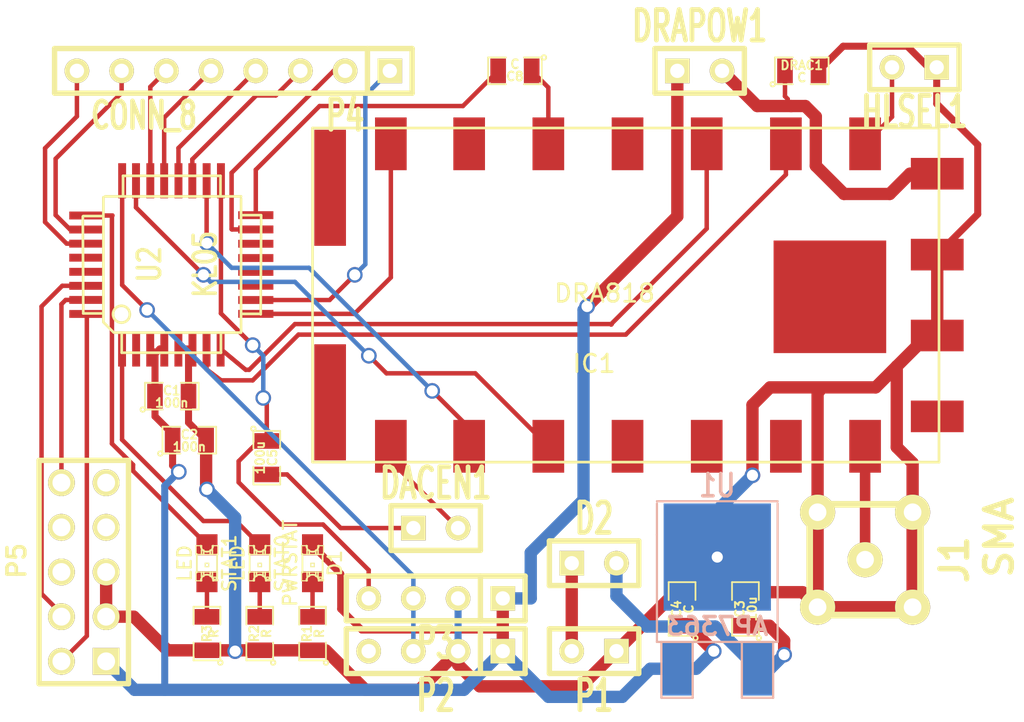
<source format=kicad_pcb>
(kicad_pcb (version 3) (host pcbnew "(2013-may-18)-stable")

  (general
    (links 68)
    (no_connects 0)
    (area 336.3804 206.24273 394.1344 246.75981)
    (thickness 1.6)
    (drawings 0)
    (tracks 260)
    (zones 0)
    (modules 26)
    (nets 35)
  )

  (page A3)
  (layers
    (15 F.Cu signal)
    (0 B.Cu signal)
    (16 B.Adhes user)
    (17 F.Adhes user)
    (18 B.Paste user)
    (19 F.Paste user)
    (20 B.SilkS user)
    (21 F.SilkS user)
    (22 B.Mask user)
    (23 F.Mask user)
    (24 Dwgs.User user)
    (25 Cmts.User user)
    (26 Eco1.User user)
    (27 Eco2.User user)
    (28 Edge.Cuts user)
  )

  (setup
    (last_trace_width 0.254)
    (trace_clearance 0.175)
    (zone_clearance 0.17)
    (zone_45_only no)
    (trace_min 0.254)
    (segment_width 0.2)
    (edge_width 0.1)
    (via_size 0.889)
    (via_drill 0.635)
    (via_min_size 0.889)
    (via_min_drill 0.508)
    (uvia_size 0.508)
    (uvia_drill 0.127)
    (uvias_allowed no)
    (uvia_min_size 0.508)
    (uvia_min_drill 0.127)
    (pcb_text_width 0.3)
    (pcb_text_size 1.5 1.5)
    (mod_edge_width 0.15)
    (mod_text_size 1 1)
    (mod_text_width 0.15)
    (pad_size 6.4 6.4)
    (pad_drill 0)
    (pad_to_mask_clearance 0)
    (aux_axis_origin 0 0)
    (visible_elements 7FFFFFFF)
    (pcbplotparams
      (layerselection 284196865)
      (usegerberextensions true)
      (excludeedgelayer true)
      (linewidth 0.150000)
      (plotframeref false)
      (viasonmask false)
      (mode 1)
      (useauxorigin false)
      (hpglpennumber 1)
      (hpglpenspeed 20)
      (hpglpendiameter 15)
      (hpglpenoverlay 2)
      (psnegative false)
      (psa4output false)
      (plotreference true)
      (plotvalue true)
      (plotothertext false)
      (plotinvisibletext false)
      (padsonsilk false)
      (subtractmaskfromsilk false)
      (outputformat 1)
      (mirror false)
      (drillshape 0)
      (scaleselection 1)
      (outputdirectory ""))
  )

  (net 0 "")
  (net 1 +3.3V)
  (net 2 /ADC0_6)
  (net 3 /DAC)
  (net 4 /DRA2MC)
  (net 5 /GPS2MC)
  (net 6 /MC2DRA)
  (net 7 /MCU2PD)
  (net 8 /MCU2PTT)
  (net 9 /PTA10)
  (net 10 /PTA11)
  (net 11 /PTA12)
  (net 12 /PTA13)
  (net 13 /PTA6)
  (net 14 /PTA7)
  (net 15 /PTA8)
  (net 16 /PTA9)
  (net 17 /SQ2MC)
  (net 18 /SWD_CLK)
  (net 19 /SWD_DIO)
  (net 20 /SWD_RST)
  (net 21 GND)
  (net 22 N-000001)
  (net 23 N-0000010)
  (net 24 N-000002)
  (net 25 N-000003)
  (net 26 N-000004)
  (net 27 N-0000042)
  (net 28 N-0000043)
  (net 29 N-0000044)
  (net 30 N-000005)
  (net 31 N-000006)
  (net 32 N-000007)
  (net 33 N-000008)
  (net 34 N-000009)

  (net_class Default "This is the default net class."
    (clearance 0.175)
    (trace_width 0.254)
    (via_dia 0.889)
    (via_drill 0.635)
    (uvia_dia 0.508)
    (uvia_drill 0.127)
    (add_net "")
    (add_net /ADC0_6)
    (add_net /DAC)
    (add_net /DRA2MC)
    (add_net /GPS2MC)
    (add_net /MC2DRA)
    (add_net /MCU2PD)
    (add_net /MCU2PTT)
    (add_net /PTA10)
    (add_net /PTA11)
    (add_net /PTA12)
    (add_net /PTA13)
    (add_net /PTA6)
    (add_net /PTA7)
    (add_net /PTA8)
    (add_net /PTA9)
    (add_net /SQ2MC)
    (add_net /SWD_CLK)
    (add_net /SWD_DIO)
    (add_net /SWD_RST)
    (add_net N-0000010)
    (add_net N-000002)
    (add_net N-000003)
    (add_net N-000004)
    (add_net N-0000042)
    (add_net N-0000043)
    (add_net N-0000044)
    (add_net N-000005)
    (add_net N-000006)
    (add_net N-000007)
    (add_net N-000008)
    (add_net N-000009)
  )

  (net_class RF ""
    (clearance 0.2)
    (trace_width 0.6)
    (via_dia 0.889)
    (via_drill 0.635)
    (uvia_dia 0.508)
    (uvia_drill 0.127)
  )

  (net_class power ""
    (clearance 0.175)
    (trace_width 0.7)
    (via_dia 0.889)
    (via_drill 0.635)
    (uvia_dia 0.508)
    (uvia_drill 0.127)
    (add_net +3.3V)
    (add_net GND)
    (add_net N-000001)
  )

  (module SMA (layer F.Cu) (tedit 4A94E7B7) (tstamp 54CE5079)
    (at 385.4 237.8 90)
    (tags "SMA Connector")
    (path /54CE3815)
    (fp_text reference J1 (at 0 5.08 90) (layer F.SilkS)
      (effects (font (size 1.524 1.524) (thickness 0.3048)))
    )
    (fp_text value SMA (at 1.27 7.62 90) (layer F.SilkS)
      (effects (font (size 1.524 1.524) (thickness 0.3048)))
    )
    (fp_line (start -3.1496 -3.1496) (end 3.1496 -3.1496) (layer F.SilkS) (width 0.381))
    (fp_line (start 3.1496 -3.1496) (end 3.1496 3.1496) (layer F.SilkS) (width 0.381))
    (fp_line (start 3.1496 3.1496) (end -3.1496 3.1496) (layer F.SilkS) (width 0.381))
    (fp_line (start -3.1496 3.1496) (end -3.1496 -3.1496) (layer F.SilkS) (width 0.381))
    (pad 1 thru_hole circle (at 0 0 90) (size 1.99898 1.99898) (drill 1.00076)
      (layers *.Cu *.Mask F.SilkS)
      (net 27 N-0000042)
    )
    (pad 3 thru_hole circle (at 2.70002 -2.70002 90) (size 1.99898 1.99898) (drill 1.00076)
      (layers *.Cu *.Mask F.SilkS)
      (net 21 GND)
    )
    (pad 2 thru_hole circle (at -2.70002 -2.70002 90) (size 1.99898 1.99898) (drill 1.00076)
      (layers *.Cu *.Mask F.SilkS)
      (net 21 GND)
    )
    (pad 5 thru_hole circle (at -2.70002 2.70002 90) (size 1.99898 1.99898) (drill 1.00076)
      (layers *.Cu *.Mask F.SilkS)
      (net 21 GND)
    )
    (pad 4 thru_hole circle (at 2.70002 2.70002 90) (size 1.99898 1.99898) (drill 1.00076)
      (layers *.Cu *.Mask F.SilkS)
      (net 21 GND)
    )
    (model connectors/sma.wrl
      (at (xyz 0 0 0))
      (scale (xyz 0.39 0.39 0.39))
      (rotate (xyz -90 0 -90))
    )
  )

  (module TQFP32 (layer F.Cu) (tedit 43A670DA) (tstamp 54CE5057)
    (at 346 221 90)
    (path /54CC5BCA)
    (fp_text reference U2 (at 0 -1.27 90) (layer F.SilkS)
      (effects (font (size 1.27 1.016) (thickness 0.2032)))
    )
    (fp_text value KL05 (at 0 1.905 90) (layer F.SilkS)
      (effects (font (size 1.27 1.016) (thickness 0.2032)))
    )
    (fp_line (start 5.0292 2.7686) (end 3.8862 2.7686) (layer F.SilkS) (width 0.1524))
    (fp_line (start 5.0292 -2.7686) (end 3.9116 -2.7686) (layer F.SilkS) (width 0.1524))
    (fp_line (start 5.0292 2.7686) (end 5.0292 -2.7686) (layer F.SilkS) (width 0.1524))
    (fp_line (start 2.794 3.9624) (end 2.794 5.0546) (layer F.SilkS) (width 0.1524))
    (fp_line (start -2.8194 3.9878) (end -2.8194 5.0546) (layer F.SilkS) (width 0.1524))
    (fp_line (start -2.8448 5.0546) (end 2.794 5.08) (layer F.SilkS) (width 0.1524))
    (fp_line (start -2.794 -5.0292) (end 2.7178 -5.0546) (layer F.SilkS) (width 0.1524))
    (fp_line (start -3.8862 -3.2766) (end -3.8862 3.9116) (layer F.SilkS) (width 0.1524))
    (fp_line (start 2.7432 -5.0292) (end 2.7432 -3.9878) (layer F.SilkS) (width 0.1524))
    (fp_line (start -3.2512 -3.8862) (end 3.81 -3.8862) (layer F.SilkS) (width 0.1524))
    (fp_line (start 3.8608 3.937) (end 3.8608 -3.7846) (layer F.SilkS) (width 0.1524))
    (fp_line (start -3.8862 3.937) (end 3.7338 3.937) (layer F.SilkS) (width 0.1524))
    (fp_line (start -5.0292 -2.8448) (end -5.0292 2.794) (layer F.SilkS) (width 0.1524))
    (fp_line (start -5.0292 2.794) (end -3.8862 2.794) (layer F.SilkS) (width 0.1524))
    (fp_line (start -3.87604 -3.302) (end -3.29184 -3.8862) (layer F.SilkS) (width 0.1524))
    (fp_line (start -5.02412 -2.8448) (end -3.87604 -2.8448) (layer F.SilkS) (width 0.1524))
    (fp_line (start -2.794 -3.8862) (end -2.794 -5.03428) (layer F.SilkS) (width 0.1524))
    (fp_circle (center -2.83972 -2.86004) (end -2.43332 -2.60604) (layer F.SilkS) (width 0.1524))
    (pad 8 smd rect (at -4.81584 2.77622 90) (size 1.99898 0.44958)
      (layers F.Cu F.Paste F.Mask)
      (net 8 /MCU2PTT)
    )
    (pad 7 smd rect (at -4.81584 1.97612 90) (size 1.99898 0.44958)
      (layers F.Cu F.Paste F.Mask)
      (net 7 /MCU2PD)
    )
    (pad 6 smd rect (at -4.81584 1.17602 90) (size 1.99898 0.44958)
      (layers F.Cu F.Paste F.Mask)
      (net 21 GND)
    )
    (pad 5 smd rect (at -4.81584 0.37592 90) (size 1.99898 0.44958)
      (layers F.Cu F.Paste F.Mask)
      (net 21 GND)
    )
    (pad 4 smd rect (at -4.81584 -0.42418 90) (size 1.99898 0.44958)
      (layers F.Cu F.Paste F.Mask)
      (net 1 +3.3V)
    )
    (pad 3 smd rect (at -4.81584 -1.22428 90) (size 1.99898 0.44958)
      (layers F.Cu F.Paste F.Mask)
      (net 1 +3.3V)
    )
    (pad 2 smd rect (at -4.81584 -2.02438 90) (size 1.99898 0.44958)
      (layers F.Cu F.Paste F.Mask)
    )
    (pad 1 smd rect (at -4.81584 -2.82448 90) (size 1.99898 0.44958)
      (layers F.Cu F.Paste F.Mask)
      (net 30 N-000005)
    )
    (pad 24 smd rect (at 4.7498 -2.8194 90) (size 1.99898 0.44958)
      (layers F.Cu F.Paste F.Mask)
      (net 5 /GPS2MC)
    )
    (pad 17 smd rect (at 4.7498 2.794 90) (size 1.99898 0.44958)
      (layers F.Cu F.Paste F.Mask)
      (net 3 /DAC)
    )
    (pad 18 smd rect (at 4.7498 1.9812 90) (size 1.99898 0.44958)
      (layers F.Cu F.Paste F.Mask)
      (net 4 /DRA2MC)
    )
    (pad 19 smd rect (at 4.7498 1.1684 90) (size 1.99898 0.44958)
      (layers F.Cu F.Paste F.Mask)
      (net 15 /PTA8)
    )
    (pad 20 smd rect (at 4.7498 0.381 90) (size 1.99898 0.44958)
      (layers F.Cu F.Paste F.Mask)
      (net 16 /PTA9)
    )
    (pad 21 smd rect (at 4.7498 -0.4318 90) (size 1.99898 0.44958)
      (layers F.Cu F.Paste F.Mask)
      (net 9 /PTA10)
    )
    (pad 22 smd rect (at 4.7498 -1.2192 90) (size 1.99898 0.44958)
      (layers F.Cu F.Paste F.Mask)
      (net 10 /PTA11)
    )
    (pad 23 smd rect (at 4.7498 -2.032 90) (size 1.99898 0.44958)
      (layers F.Cu F.Paste F.Mask)
      (net 6 /MC2DRA)
    )
    (pad 32 smd rect (at -2.82448 -4.826 90) (size 0.44958 1.99898)
      (layers F.Cu F.Paste F.Mask)
      (net 19 /SWD_DIO)
    )
    (pad 31 smd rect (at -2.02692 -4.826 90) (size 0.44958 1.99898)
      (layers F.Cu F.Paste F.Mask)
      (net 20 /SWD_RST)
    )
    (pad 30 smd rect (at -1.22428 -4.826 90) (size 0.44958 1.99898)
      (layers F.Cu F.Paste F.Mask)
      (net 18 /SWD_CLK)
    )
    (pad 29 smd rect (at -0.42672 -4.826 90) (size 0.44958 1.99898)
      (layers F.Cu F.Paste F.Mask)
    )
    (pad 28 smd rect (at 0.37592 -4.826 90) (size 0.44958 1.99898)
      (layers F.Cu F.Paste F.Mask)
    )
    (pad 27 smd rect (at 1.17348 -4.826 90) (size 0.44958 1.99898)
      (layers F.Cu F.Paste F.Mask)
      (net 12 /PTA13)
    )
    (pad 26 smd rect (at 1.97612 -4.826 90) (size 0.44958 1.99898)
      (layers F.Cu F.Paste F.Mask)
      (net 11 /PTA12)
    )
    (pad 25 smd rect (at 2.77368 -4.826 90) (size 0.44958 1.99898)
      (layers F.Cu F.Paste F.Mask)
      (net 32 N-000007)
    )
    (pad 9 smd rect (at -2.8194 4.7752 90) (size 0.44958 1.99898)
      (layers F.Cu F.Paste F.Mask)
      (net 17 /SQ2MC)
    )
    (pad 10 smd rect (at -2.032 4.7752 90) (size 0.44958 1.99898)
      (layers F.Cu F.Paste F.Mask)
      (net 13 /PTA6)
    )
    (pad 11 smd rect (at -1.2192 4.7752 90) (size 0.44958 1.99898)
      (layers F.Cu F.Paste F.Mask)
    )
    (pad 12 smd rect (at -0.4318 4.7752 90) (size 0.44958 1.99898)
      (layers F.Cu F.Paste F.Mask)
    )
    (pad 13 smd rect (at 0.3556 4.7752 90) (size 0.44958 1.99898)
      (layers F.Cu F.Paste F.Mask)
    )
    (pad 14 smd rect (at 1.1684 4.7752 90) (size 0.44958 1.99898)
      (layers F.Cu F.Paste F.Mask)
    )
    (pad 15 smd rect (at 1.9812 4.7752 90) (size 0.44958 1.99898)
      (layers F.Cu F.Paste F.Mask)
      (net 14 /PTA7)
    )
    (pad 16 smd rect (at 2.794 4.7752 90) (size 0.44958 1.99898)
      (layers F.Cu F.Paste F.Mask)
      (net 2 /ADC0_6)
    )
    (model smd/tqfp32.wrl
      (at (xyz 0 0 0))
      (scale (xyz 1 1 1))
      (rotate (xyz 0 0 0))
    )
  )

  (module SM0805 (layer F.Cu) (tedit 5091495C) (tstamp 54CE5093)
    (at 354 242 90)
    (path /54CE50E7)
    (attr smd)
    (fp_text reference R1 (at 0 -0.3175 90) (layer F.SilkS)
      (effects (font (size 0.50038 0.50038) (thickness 0.10922)))
    )
    (fp_text value R (at 0 0.381 90) (layer F.SilkS)
      (effects (font (size 0.50038 0.50038) (thickness 0.10922)))
    )
    (fp_circle (center -1.651 0.762) (end -1.651 0.635) (layer F.SilkS) (width 0.09906))
    (fp_line (start -0.508 0.762) (end -1.524 0.762) (layer F.SilkS) (width 0.09906))
    (fp_line (start -1.524 0.762) (end -1.524 -0.762) (layer F.SilkS) (width 0.09906))
    (fp_line (start -1.524 -0.762) (end -0.508 -0.762) (layer F.SilkS) (width 0.09906))
    (fp_line (start 0.508 -0.762) (end 1.524 -0.762) (layer F.SilkS) (width 0.09906))
    (fp_line (start 1.524 -0.762) (end 1.524 0.762) (layer F.SilkS) (width 0.09906))
    (fp_line (start 1.524 0.762) (end 0.508 0.762) (layer F.SilkS) (width 0.09906))
    (pad 1 smd rect (at -0.9525 0 90) (size 0.889 1.397)
      (layers F.Cu F.Paste F.Mask)
      (net 21 GND)
    )
    (pad 2 smd rect (at 0.9525 0 90) (size 0.889 1.397)
      (layers F.Cu F.Paste F.Mask)
      (net 25 N-000003)
    )
    (model smd/chip_cms.wrl
      (at (xyz 0 0 0))
      (scale (xyz 0.1 0.1 0.1))
      (rotate (xyz 0 0 0))
    )
  )

  (module SM0805 (layer F.Cu) (tedit 5091495C) (tstamp 54CE50A0)
    (at 351 242 90)
    (path /54CE50D2)
    (attr smd)
    (fp_text reference R2 (at 0 -0.3175 90) (layer F.SilkS)
      (effects (font (size 0.50038 0.50038) (thickness 0.10922)))
    )
    (fp_text value R (at 0 0.381 90) (layer F.SilkS)
      (effects (font (size 0.50038 0.50038) (thickness 0.10922)))
    )
    (fp_circle (center -1.651 0.762) (end -1.651 0.635) (layer F.SilkS) (width 0.09906))
    (fp_line (start -0.508 0.762) (end -1.524 0.762) (layer F.SilkS) (width 0.09906))
    (fp_line (start -1.524 0.762) (end -1.524 -0.762) (layer F.SilkS) (width 0.09906))
    (fp_line (start -1.524 -0.762) (end -0.508 -0.762) (layer F.SilkS) (width 0.09906))
    (fp_line (start 0.508 -0.762) (end 1.524 -0.762) (layer F.SilkS) (width 0.09906))
    (fp_line (start 1.524 -0.762) (end 1.524 0.762) (layer F.SilkS) (width 0.09906))
    (fp_line (start 1.524 0.762) (end 0.508 0.762) (layer F.SilkS) (width 0.09906))
    (pad 1 smd rect (at -0.9525 0 90) (size 0.889 1.397)
      (layers F.Cu F.Paste F.Mask)
      (net 21 GND)
    )
    (pad 2 smd rect (at 0.9525 0 90) (size 0.889 1.397)
      (layers F.Cu F.Paste F.Mask)
      (net 26 N-000004)
    )
    (model smd/chip_cms.wrl
      (at (xyz 0 0 0))
      (scale (xyz 0.1 0.1 0.1))
      (rotate (xyz 0 0 0))
    )
  )

  (module SM0805 (layer F.Cu) (tedit 54D0E8E0) (tstamp 54CE50AD)
    (at 348 242 90)
    (path /54CE4F0B)
    (attr smd)
    (fp_text reference R3 (at 0 0 90) (layer F.SilkS)
      (effects (font (size 0.50038 0.50038) (thickness 0.10922)))
    )
    (fp_text value R (at 0 0.381 90) (layer F.SilkS)
      (effects (font (size 0.50038 0.50038) (thickness 0.10922)))
    )
    (fp_circle (center -1.651 0.762) (end -1.651 0.635) (layer F.SilkS) (width 0.09906))
    (fp_line (start -0.508 0.762) (end -1.524 0.762) (layer F.SilkS) (width 0.09906))
    (fp_line (start -1.524 0.762) (end -1.524 -0.762) (layer F.SilkS) (width 0.09906))
    (fp_line (start -1.524 -0.762) (end -0.508 -0.762) (layer F.SilkS) (width 0.09906))
    (fp_line (start 0.508 -0.762) (end 1.524 -0.762) (layer F.SilkS) (width 0.09906))
    (fp_line (start 1.524 -0.762) (end 1.524 0.762) (layer F.SilkS) (width 0.09906))
    (fp_line (start 1.524 0.762) (end 0.508 0.762) (layer F.SilkS) (width 0.09906))
    (pad 1 smd rect (at -0.9525 0 90) (size 0.889 1.397)
      (layers F.Cu F.Paste F.Mask)
      (net 21 GND)
    )
    (pad 2 smd rect (at 0.9525 0 90) (size 0.889 1.397)
      (layers F.Cu F.Paste F.Mask)
      (net 31 N-000006)
    )
    (model smd/chip_cms.wrl
      (at (xyz 0 0 0))
      (scale (xyz 0.1 0.1 0.1))
      (rotate (xyz 0 0 0))
    )
  )

  (module SM0805 (layer F.Cu) (tedit 5091495C) (tstamp 54CE50BA)
    (at 375 240.6 90)
    (path /54CE4449)
    (attr smd)
    (fp_text reference C4 (at 0 -0.3175 90) (layer F.SilkS)
      (effects (font (size 0.50038 0.50038) (thickness 0.10922)))
    )
    (fp_text value C (at 0 0.381 90) (layer F.SilkS)
      (effects (font (size 0.50038 0.50038) (thickness 0.10922)))
    )
    (fp_circle (center -1.651 0.762) (end -1.651 0.635) (layer F.SilkS) (width 0.09906))
    (fp_line (start -0.508 0.762) (end -1.524 0.762) (layer F.SilkS) (width 0.09906))
    (fp_line (start -1.524 0.762) (end -1.524 -0.762) (layer F.SilkS) (width 0.09906))
    (fp_line (start -1.524 -0.762) (end -0.508 -0.762) (layer F.SilkS) (width 0.09906))
    (fp_line (start 0.508 -0.762) (end 1.524 -0.762) (layer F.SilkS) (width 0.09906))
    (fp_line (start 1.524 -0.762) (end 1.524 0.762) (layer F.SilkS) (width 0.09906))
    (fp_line (start 1.524 0.762) (end 0.508 0.762) (layer F.SilkS) (width 0.09906))
    (pad 1 smd rect (at -0.9525 0 90) (size 0.889 1.397)
      (layers F.Cu F.Paste F.Mask)
      (net 1 +3.3V)
    )
    (pad 2 smd rect (at 0.9525 0 90) (size 0.889 1.397)
      (layers F.Cu F.Paste F.Mask)
      (net 21 GND)
    )
    (model smd/chip_cms.wrl
      (at (xyz 0 0 0))
      (scale (xyz 0.1 0.1 0.1))
      (rotate (xyz 0 0 0))
    )
  )

  (module SM0805 (layer F.Cu) (tedit 5091495C) (tstamp 54CE50C7)
    (at 378.6 240.6 90)
    (path /54CE42E1)
    (attr smd)
    (fp_text reference C3 (at 0 -0.3175 90) (layer F.SilkS)
      (effects (font (size 0.50038 0.50038) (thickness 0.10922)))
    )
    (fp_text value 10u (at 0 0.381 90) (layer F.SilkS)
      (effects (font (size 0.50038 0.50038) (thickness 0.10922)))
    )
    (fp_circle (center -1.651 0.762) (end -1.651 0.635) (layer F.SilkS) (width 0.09906))
    (fp_line (start -0.508 0.762) (end -1.524 0.762) (layer F.SilkS) (width 0.09906))
    (fp_line (start -1.524 0.762) (end -1.524 -0.762) (layer F.SilkS) (width 0.09906))
    (fp_line (start -1.524 -0.762) (end -0.508 -0.762) (layer F.SilkS) (width 0.09906))
    (fp_line (start 0.508 -0.762) (end 1.524 -0.762) (layer F.SilkS) (width 0.09906))
    (fp_line (start 1.524 -0.762) (end 1.524 0.762) (layer F.SilkS) (width 0.09906))
    (fp_line (start 1.524 0.762) (end 0.508 0.762) (layer F.SilkS) (width 0.09906))
    (pad 1 smd rect (at -0.9525 0 90) (size 0.889 1.397)
      (layers F.Cu F.Paste F.Mask)
      (net 24 N-000002)
    )
    (pad 2 smd rect (at 0.9525 0 90) (size 0.889 1.397)
      (layers F.Cu F.Paste F.Mask)
      (net 21 GND)
    )
    (model smd/chip_cms.wrl
      (at (xyz 0 0 0))
      (scale (xyz 0.1 0.1 0.1))
      (rotate (xyz 0 0 0))
    )
  )

  (module SM0805 (layer F.Cu) (tedit 5091495C) (tstamp 54CE5108)
    (at 346 228.5)
    (path /54CD82F9)
    (attr smd)
    (fp_text reference C1 (at 0 -0.3175) (layer F.SilkS)
      (effects (font (size 0.50038 0.50038) (thickness 0.10922)))
    )
    (fp_text value 100n (at 0 0.381) (layer F.SilkS)
      (effects (font (size 0.50038 0.50038) (thickness 0.10922)))
    )
    (fp_circle (center -1.651 0.762) (end -1.651 0.635) (layer F.SilkS) (width 0.09906))
    (fp_line (start -0.508 0.762) (end -1.524 0.762) (layer F.SilkS) (width 0.09906))
    (fp_line (start -1.524 0.762) (end -1.524 -0.762) (layer F.SilkS) (width 0.09906))
    (fp_line (start -1.524 -0.762) (end -0.508 -0.762) (layer F.SilkS) (width 0.09906))
    (fp_line (start 0.508 -0.762) (end 1.524 -0.762) (layer F.SilkS) (width 0.09906))
    (fp_line (start 1.524 -0.762) (end 1.524 0.762) (layer F.SilkS) (width 0.09906))
    (fp_line (start 1.524 0.762) (end 0.508 0.762) (layer F.SilkS) (width 0.09906))
    (pad 1 smd rect (at -0.9525 0) (size 0.889 1.397)
      (layers F.Cu F.Paste F.Mask)
      (net 1 +3.3V)
    )
    (pad 2 smd rect (at 0.9525 0) (size 0.889 1.397)
      (layers F.Cu F.Paste F.Mask)
      (net 21 GND)
    )
    (model smd/chip_cms.wrl
      (at (xyz 0 0 0))
      (scale (xyz 0.1 0.1 0.1))
      (rotate (xyz 0 0 0))
    )
  )

  (module SM0805 (layer F.Cu) (tedit 5091495C) (tstamp 54CE5115)
    (at 365.5 210 180)
    (path /54CE348F)
    (attr smd)
    (fp_text reference C8 (at 0 -0.3175 180) (layer F.SilkS)
      (effects (font (size 0.50038 0.50038) (thickness 0.10922)))
    )
    (fp_text value C (at 0 0.381 180) (layer F.SilkS)
      (effects (font (size 0.50038 0.50038) (thickness 0.10922)))
    )
    (fp_circle (center -1.651 0.762) (end -1.651 0.635) (layer F.SilkS) (width 0.09906))
    (fp_line (start -0.508 0.762) (end -1.524 0.762) (layer F.SilkS) (width 0.09906))
    (fp_line (start -1.524 0.762) (end -1.524 -0.762) (layer F.SilkS) (width 0.09906))
    (fp_line (start -1.524 -0.762) (end -0.508 -0.762) (layer F.SilkS) (width 0.09906))
    (fp_line (start 0.508 -0.762) (end 1.524 -0.762) (layer F.SilkS) (width 0.09906))
    (fp_line (start 1.524 -0.762) (end 1.524 0.762) (layer F.SilkS) (width 0.09906))
    (fp_line (start 1.524 0.762) (end 0.508 0.762) (layer F.SilkS) (width 0.09906))
    (pad 1 smd rect (at -0.9525 0 180) (size 0.889 1.397)
      (layers F.Cu F.Paste F.Mask)
      (net 29 N-0000044)
    )
    (pad 2 smd rect (at 0.9525 0 180) (size 0.889 1.397)
      (layers F.Cu F.Paste F.Mask)
      (net 2 /ADC0_6)
    )
    (model smd/chip_cms.wrl
      (at (xyz 0 0 0))
      (scale (xyz 0.1 0.1 0.1))
      (rotate (xyz 0 0 0))
    )
  )

  (module SM0805 (layer F.Cu) (tedit 5091495C) (tstamp 54CE5122)
    (at 347 231)
    (path /54CD82EA)
    (attr smd)
    (fp_text reference C2 (at 0 -0.3175) (layer F.SilkS)
      (effects (font (size 0.50038 0.50038) (thickness 0.10922)))
    )
    (fp_text value 100n (at 0 0.381) (layer F.SilkS)
      (effects (font (size 0.50038 0.50038) (thickness 0.10922)))
    )
    (fp_circle (center -1.651 0.762) (end -1.651 0.635) (layer F.SilkS) (width 0.09906))
    (fp_line (start -0.508 0.762) (end -1.524 0.762) (layer F.SilkS) (width 0.09906))
    (fp_line (start -1.524 0.762) (end -1.524 -0.762) (layer F.SilkS) (width 0.09906))
    (fp_line (start -1.524 -0.762) (end -0.508 -0.762) (layer F.SilkS) (width 0.09906))
    (fp_line (start 0.508 -0.762) (end 1.524 -0.762) (layer F.SilkS) (width 0.09906))
    (fp_line (start 1.524 -0.762) (end 1.524 0.762) (layer F.SilkS) (width 0.09906))
    (fp_line (start 1.524 0.762) (end 0.508 0.762) (layer F.SilkS) (width 0.09906))
    (pad 1 smd rect (at -0.9525 0) (size 0.889 1.397)
      (layers F.Cu F.Paste F.Mask)
      (net 1 +3.3V)
    )
    (pad 2 smd rect (at 0.9525 0) (size 0.889 1.397)
      (layers F.Cu F.Paste F.Mask)
      (net 21 GND)
    )
    (model smd/chip_cms.wrl
      (at (xyz 0 0 0))
      (scale (xyz 0.1 0.1 0.1))
      (rotate (xyz 0 0 0))
    )
  )

  (module SM0805 (layer F.Cu) (tedit 5091495C) (tstamp 54CE512F)
    (at 351.4 232 270)
    (path /54CD9232)
    (attr smd)
    (fp_text reference C5 (at 0 -0.3175 270) (layer F.SilkS)
      (effects (font (size 0.50038 0.50038) (thickness 0.10922)))
    )
    (fp_text value 100u (at 0 0.381 270) (layer F.SilkS)
      (effects (font (size 0.50038 0.50038) (thickness 0.10922)))
    )
    (fp_circle (center -1.651 0.762) (end -1.651 0.635) (layer F.SilkS) (width 0.09906))
    (fp_line (start -0.508 0.762) (end -1.524 0.762) (layer F.SilkS) (width 0.09906))
    (fp_line (start -1.524 0.762) (end -1.524 -0.762) (layer F.SilkS) (width 0.09906))
    (fp_line (start -1.524 -0.762) (end -0.508 -0.762) (layer F.SilkS) (width 0.09906))
    (fp_line (start 0.508 -0.762) (end 1.524 -0.762) (layer F.SilkS) (width 0.09906))
    (fp_line (start 1.524 -0.762) (end 1.524 0.762) (layer F.SilkS) (width 0.09906))
    (fp_line (start 1.524 0.762) (end 0.508 0.762) (layer F.SilkS) (width 0.09906))
    (pad 1 smd rect (at -0.9525 0 270) (size 0.889 1.397)
      (layers F.Cu F.Paste F.Mask)
      (net 3 /DAC)
    )
    (pad 2 smd rect (at 0.9525 0 270) (size 0.889 1.397)
      (layers F.Cu F.Paste F.Mask)
      (net 34 N-000009)
    )
    (model smd/chip_cms.wrl
      (at (xyz 0 0 0))
      (scale (xyz 0.1 0.1 0.1))
      (rotate (xyz 0 0 0))
    )
  )

  (module SIL-8 (layer F.Cu) (tedit 200000) (tstamp 54CE5140)
    (at 349.5 210 180)
    (descr "Connecteur 8 pins")
    (tags "CONN DEV")
    (path /54CE56BC)
    (fp_text reference P4 (at -6.35 -2.54 180) (layer F.SilkS)
      (effects (font (size 1.72974 1.08712) (thickness 0.3048)))
    )
    (fp_text value CONN_8 (at 5.08 -2.54 180) (layer F.SilkS)
      (effects (font (size 1.524 1.016) (thickness 0.3048)))
    )
    (fp_line (start -10.16 -1.27) (end 10.16 -1.27) (layer F.SilkS) (width 0.3048))
    (fp_line (start 10.16 -1.27) (end 10.16 1.27) (layer F.SilkS) (width 0.3048))
    (fp_line (start 10.16 1.27) (end -10.16 1.27) (layer F.SilkS) (width 0.3048))
    (fp_line (start -10.16 1.27) (end -10.16 -1.27) (layer F.SilkS) (width 0.3048))
    (fp_line (start -7.62 1.27) (end -7.62 -1.27) (layer F.SilkS) (width 0.3048))
    (pad 1 thru_hole rect (at -8.89 0 180) (size 1.397 1.397) (drill 0.8128)
      (layers *.Cu *.Mask F.SilkS)
      (net 13 /PTA6)
    )
    (pad 2 thru_hole circle (at -6.35 0 180) (size 1.397 1.397) (drill 0.8128)
      (layers *.Cu *.Mask F.SilkS)
      (net 14 /PTA7)
    )
    (pad 3 thru_hole circle (at -3.81 0 180) (size 1.397 1.397) (drill 0.8128)
      (layers *.Cu *.Mask F.SilkS)
      (net 15 /PTA8)
    )
    (pad 4 thru_hole circle (at -1.27 0 180) (size 1.397 1.397) (drill 0.8128)
      (layers *.Cu *.Mask F.SilkS)
      (net 16 /PTA9)
    )
    (pad 5 thru_hole circle (at 1.27 0 180) (size 1.397 1.397) (drill 0.8128)
      (layers *.Cu *.Mask F.SilkS)
      (net 9 /PTA10)
    )
    (pad 6 thru_hole circle (at 3.81 0 180) (size 1.397 1.397) (drill 0.8128)
      (layers *.Cu *.Mask F.SilkS)
      (net 10 /PTA11)
    )
    (pad 7 thru_hole circle (at 6.35 0 180) (size 1.397 1.397) (drill 0.8128)
      (layers *.Cu *.Mask F.SilkS)
      (net 11 /PTA12)
    )
    (pad 8 thru_hole circle (at 8.89 0 180) (size 1.397 1.397) (drill 0.8128)
      (layers *.Cu *.Mask F.SilkS)
      (net 12 /PTA13)
    )
  )

  (module SIL-4 (layer F.Cu) (tedit 200000) (tstamp 54CE514F)
    (at 361 240 180)
    (descr "Connecteur 4 pibs")
    (tags "CONN DEV")
    (path /54CE4B8E)
    (fp_text reference P3 (at 0 -2.54 180) (layer F.SilkS)
      (effects (font (size 1.73482 1.08712) (thickness 0.3048)))
    )
    (fp_text value PC_CON (at 0 -2.54 180) (layer F.SilkS) hide
      (effects (font (size 1.524 1.016) (thickness 0.3048)))
    )
    (fp_line (start -5.08 -1.27) (end -5.08 -1.27) (layer F.SilkS) (width 0.3048))
    (fp_line (start -5.08 1.27) (end -5.08 -1.27) (layer F.SilkS) (width 0.3048))
    (fp_line (start -5.08 -1.27) (end -5.08 -1.27) (layer F.SilkS) (width 0.3048))
    (fp_line (start -5.08 -1.27) (end 5.08 -1.27) (layer F.SilkS) (width 0.3048))
    (fp_line (start 5.08 -1.27) (end 5.08 1.27) (layer F.SilkS) (width 0.3048))
    (fp_line (start 5.08 1.27) (end -5.08 1.27) (layer F.SilkS) (width 0.3048))
    (fp_line (start -2.54 1.27) (end -2.54 -1.27) (layer F.SilkS) (width 0.3048))
    (pad 1 thru_hole rect (at -3.81 0 180) (size 1.397 1.397) (drill 0.8128)
      (layers *.Cu *.Mask F.SilkS)
      (net 1 +3.3V)
    )
    (pad 2 thru_hole circle (at -1.27 0 180) (size 1.397 1.397) (drill 0.8128)
      (layers *.Cu *.Mask F.SilkS)
      (net 21 GND)
    )
    (pad 3 thru_hole circle (at 1.27 0 180) (size 1.397 1.397) (drill 0.8128)
      (layers *.Cu *.Mask F.SilkS)
      (net 5 /GPS2MC)
    )
    (pad 4 thru_hole circle (at 3.81 0 180) (size 1.397 1.397) (drill 0.8128)
      (layers *.Cu *.Mask F.SilkS)
      (net 3 /DAC)
    )
  )

  (module SIL-4 (layer F.Cu) (tedit 200000) (tstamp 54CE515E)
    (at 361 243 180)
    (descr "Connecteur 4 pibs")
    (tags "CONN DEV")
    (path /54CE4A31)
    (fp_text reference P2 (at 0 -2.54 180) (layer F.SilkS)
      (effects (font (size 1.73482 1.08712) (thickness 0.3048)))
    )
    (fp_text value GPS (at 0 -2.54 180) (layer F.SilkS) hide
      (effects (font (size 1.524 1.016) (thickness 0.3048)))
    )
    (fp_line (start -5.08 -1.27) (end -5.08 -1.27) (layer F.SilkS) (width 0.3048))
    (fp_line (start -5.08 1.27) (end -5.08 -1.27) (layer F.SilkS) (width 0.3048))
    (fp_line (start -5.08 -1.27) (end -5.08 -1.27) (layer F.SilkS) (width 0.3048))
    (fp_line (start -5.08 -1.27) (end 5.08 -1.27) (layer F.SilkS) (width 0.3048))
    (fp_line (start 5.08 -1.27) (end 5.08 1.27) (layer F.SilkS) (width 0.3048))
    (fp_line (start 5.08 1.27) (end -5.08 1.27) (layer F.SilkS) (width 0.3048))
    (fp_line (start -2.54 1.27) (end -2.54 -1.27) (layer F.SilkS) (width 0.3048))
    (pad 1 thru_hole rect (at -3.81 0 180) (size 1.397 1.397) (drill 0.8128)
      (layers *.Cu *.Mask F.SilkS)
      (net 1 +3.3V)
    )
    (pad 2 thru_hole circle (at -1.27 0 180) (size 1.397 1.397) (drill 0.8128)
      (layers *.Cu *.Mask F.SilkS)
      (net 21 GND)
    )
    (pad 3 thru_hole circle (at 1.27 0 180) (size 1.397 1.397) (drill 0.8128)
      (layers *.Cu *.Mask F.SilkS)
      (net 5 /GPS2MC)
    )
    (pad 4 thru_hole circle (at 3.81 0 180) (size 1.397 1.397) (drill 0.8128)
      (layers *.Cu *.Mask F.SilkS)
    )
  )

  (module SIL-2 (layer F.Cu) (tedit 200000) (tstamp 54CE5168)
    (at 388.2 209.8 180)
    (descr "Connecteurs 2 pins")
    (tags "CONN DEV")
    (path /54CD8FA2)
    (fp_text reference HLSEL1 (at 0 -2.54 180) (layer F.SilkS)
      (effects (font (size 1.72974 1.08712) (thickness 0.3048)))
    )
    (fp_text value JUMPER (at 0 -2.54 180) (layer F.SilkS) hide
      (effects (font (size 1.524 1.016) (thickness 0.3048)))
    )
    (fp_line (start -2.54 1.27) (end -2.54 -1.27) (layer F.SilkS) (width 0.3048))
    (fp_line (start -2.54 -1.27) (end 2.54 -1.27) (layer F.SilkS) (width 0.3048))
    (fp_line (start 2.54 -1.27) (end 2.54 1.27) (layer F.SilkS) (width 0.3048))
    (fp_line (start 2.54 1.27) (end -2.54 1.27) (layer F.SilkS) (width 0.3048))
    (pad 1 thru_hole rect (at -1.27 0 180) (size 1.397 1.397) (drill 0.8128)
      (layers *.Cu *.Mask F.SilkS)
      (net 21 GND)
    )
    (pad 2 thru_hole circle (at 1.27 0 180) (size 1.397 1.397) (drill 0.8128)
      (layers *.Cu *.Mask F.SilkS)
      (net 23 N-0000010)
    )
  )

  (module SIL-2 (layer F.Cu) (tedit 200000) (tstamp 54CE5172)
    (at 361 236)
    (descr "Connecteurs 2 pins")
    (tags "CONN DEV")
    (path /54CD8792)
    (fp_text reference DACEN1 (at 0 -2.54) (layer F.SilkS)
      (effects (font (size 1.72974 1.08712) (thickness 0.3048)))
    )
    (fp_text value JUMPER (at 0 -2.54) (layer F.SilkS) hide
      (effects (font (size 1.524 1.016) (thickness 0.3048)))
    )
    (fp_line (start -2.54 1.27) (end -2.54 -1.27) (layer F.SilkS) (width 0.3048))
    (fp_line (start -2.54 -1.27) (end 2.54 -1.27) (layer F.SilkS) (width 0.3048))
    (fp_line (start 2.54 -1.27) (end 2.54 1.27) (layer F.SilkS) (width 0.3048))
    (fp_line (start 2.54 1.27) (end -2.54 1.27) (layer F.SilkS) (width 0.3048))
    (pad 1 thru_hole rect (at -1.27 0) (size 1.397 1.397) (drill 0.8128)
      (layers *.Cu *.Mask F.SilkS)
      (net 34 N-000009)
    )
    (pad 2 thru_hole circle (at 1.27 0) (size 1.397 1.397) (drill 0.8128)
      (layers *.Cu *.Mask F.SilkS)
      (net 33 N-000008)
    )
  )

  (module SIL-2 (layer F.Cu) (tedit 200000) (tstamp 54CE517C)
    (at 376 210)
    (descr "Connecteurs 2 pins")
    (tags "CONN DEV")
    (path /54CE4DC9)
    (fp_text reference DRAPOW1 (at 0 -2.54) (layer F.SilkS)
      (effects (font (size 1.72974 1.08712) (thickness 0.3048)))
    )
    (fp_text value JUMPER (at 0 -2.54) (layer F.SilkS) hide
      (effects (font (size 1.524 1.016) (thickness 0.3048)))
    )
    (fp_line (start -2.54 1.27) (end -2.54 -1.27) (layer F.SilkS) (width 0.3048))
    (fp_line (start -2.54 -1.27) (end 2.54 -1.27) (layer F.SilkS) (width 0.3048))
    (fp_line (start 2.54 -1.27) (end 2.54 1.27) (layer F.SilkS) (width 0.3048))
    (fp_line (start 2.54 1.27) (end -2.54 1.27) (layer F.SilkS) (width 0.3048))
    (pad 1 thru_hole rect (at -1.27 0) (size 1.397 1.397) (drill 0.8128)
      (layers *.Cu *.Mask F.SilkS)
      (net 1 +3.3V)
    )
    (pad 2 thru_hole circle (at 1.27 0) (size 1.397 1.397) (drill 0.8128)
      (layers *.Cu *.Mask F.SilkS)
      (net 28 N-0000043)
    )
  )

  (module SIL-2 (layer F.Cu) (tedit 200000) (tstamp 54CE5186)
    (at 370 238)
    (descr "Connecteurs 2 pins")
    (tags "CONN DEV")
    (path /54CE4855)
    (fp_text reference D2 (at 0 -2.54) (layer F.SilkS)
      (effects (font (size 1.72974 1.08712) (thickness 0.3048)))
    )
    (fp_text value DIODE (at 0 -2.54) (layer F.SilkS) hide
      (effects (font (size 1.524 1.016) (thickness 0.3048)))
    )
    (fp_line (start -2.54 1.27) (end -2.54 -1.27) (layer F.SilkS) (width 0.3048))
    (fp_line (start -2.54 -1.27) (end 2.54 -1.27) (layer F.SilkS) (width 0.3048))
    (fp_line (start 2.54 -1.27) (end 2.54 1.27) (layer F.SilkS) (width 0.3048))
    (fp_line (start 2.54 1.27) (end -2.54 1.27) (layer F.SilkS) (width 0.3048))
    (pad 1 thru_hole rect (at -1.27 0) (size 1.397 1.397) (drill 0.8128)
      (layers *.Cu *.Mask F.SilkS)
      (net 22 N-000001)
    )
    (pad 2 thru_hole circle (at 1.27 0) (size 1.397 1.397) (drill 0.8128)
      (layers *.Cu *.Mask F.SilkS)
      (net 24 N-000002)
    )
  )

  (module SIL-2 (layer F.Cu) (tedit 200000) (tstamp 54CE5190)
    (at 370 243 180)
    (descr "Connecteurs 2 pins")
    (tags "CONN DEV")
    (path /54CE4203)
    (fp_text reference P1 (at 0 -2.54 180) (layer F.SilkS)
      (effects (font (size 1.72974 1.08712) (thickness 0.3048)))
    )
    (fp_text value VIN (at 0 -2.54 180) (layer F.SilkS) hide
      (effects (font (size 1.524 1.016) (thickness 0.3048)))
    )
    (fp_line (start -2.54 1.27) (end -2.54 -1.27) (layer F.SilkS) (width 0.3048))
    (fp_line (start -2.54 -1.27) (end 2.54 -1.27) (layer F.SilkS) (width 0.3048))
    (fp_line (start 2.54 -1.27) (end 2.54 1.27) (layer F.SilkS) (width 0.3048))
    (fp_line (start 2.54 1.27) (end -2.54 1.27) (layer F.SilkS) (width 0.3048))
    (pad 1 thru_hole rect (at -1.27 0 180) (size 1.397 1.397) (drill 0.8128)
      (layers *.Cu *.Mask F.SilkS)
      (net 21 GND)
    )
    (pad 2 thru_hole circle (at 1.27 0 180) (size 1.397 1.397) (drill 0.8128)
      (layers *.Cu *.Mask F.SilkS)
      (net 22 N-000001)
    )
  )

  (module PIN_ARRAY_5x2 (layer F.Cu) (tedit 3FCF2109) (tstamp 54CE51A2)
    (at 341 238.5 90)
    (descr "Double rangee de contacts 2 x 5 pins")
    (tags CONN)
    (path /54CE56F5)
    (fp_text reference P5 (at 0.635 -3.81 90) (layer F.SilkS)
      (effects (font (size 1.016 1.016) (thickness 0.2032)))
    )
    (fp_text value SWD (at 0 -3.81 90) (layer F.SilkS) hide
      (effects (font (size 1.016 1.016) (thickness 0.2032)))
    )
    (fp_line (start -6.35 -2.54) (end 6.35 -2.54) (layer F.SilkS) (width 0.3048))
    (fp_line (start 6.35 -2.54) (end 6.35 2.54) (layer F.SilkS) (width 0.3048))
    (fp_line (start 6.35 2.54) (end -6.35 2.54) (layer F.SilkS) (width 0.3048))
    (fp_line (start -6.35 2.54) (end -6.35 -2.54) (layer F.SilkS) (width 0.3048))
    (pad 1 thru_hole rect (at -5.08 1.27 90) (size 1.524 1.524) (drill 1.016)
      (layers *.Cu *.Mask F.SilkS)
      (net 1 +3.3V)
    )
    (pad 2 thru_hole circle (at -5.08 -1.27 90) (size 1.524 1.524) (drill 1.016)
      (layers *.Cu *.Mask F.SilkS)
      (net 19 /SWD_DIO)
    )
    (pad 3 thru_hole circle (at -2.54 1.27 90) (size 1.524 1.524) (drill 1.016)
      (layers *.Cu *.Mask F.SilkS)
      (net 21 GND)
    )
    (pad 4 thru_hole circle (at -2.54 -1.27 90) (size 1.524 1.524) (drill 1.016)
      (layers *.Cu *.Mask F.SilkS)
      (net 18 /SWD_CLK)
    )
    (pad 5 thru_hole circle (at 0 1.27 90) (size 1.524 1.524) (drill 1.016)
      (layers *.Cu *.Mask F.SilkS)
      (net 21 GND)
    )
    (pad 6 thru_hole circle (at 0 -1.27 90) (size 1.524 1.524) (drill 1.016)
      (layers *.Cu *.Mask F.SilkS)
    )
    (pad 7 thru_hole circle (at 2.54 1.27 90) (size 1.524 1.524) (drill 1.016)
      (layers *.Cu *.Mask F.SilkS)
    )
    (pad 8 thru_hole circle (at 2.54 -1.27 90) (size 1.524 1.524) (drill 1.016)
      (layers *.Cu *.Mask F.SilkS)
    )
    (pad 9 thru_hole circle (at 5.08 1.27 90) (size 1.524 1.524) (drill 1.016)
      (layers *.Cu *.Mask F.SilkS)
    )
    (pad 10 thru_hole circle (at 5.08 -1.27 90) (size 1.524 1.524) (drill 1.016)
      (layers *.Cu *.Mask F.SilkS)
      (net 20 /SWD_RST)
    )
    (model pin_array/pins_array_5x2.wrl
      (at (xyz 0 0 0))
      (scale (xyz 1 1 1))
      (rotate (xyz 0 0 0))
    )
  )

  (module LED-0805 (layer F.Cu) (tedit 49DC4C0B) (tstamp 54CE51DD)
    (at 348 238 270)
    (descr "LED 0805 smd package")
    (tags "LED 0805 SMD")
    (path /54CE4EFC)
    (attr smd)
    (fp_text reference STAT1 (at 0 -1.27 270) (layer F.SilkS)
      (effects (font (size 0.762 0.762) (thickness 0.127)))
    )
    (fp_text value LED (at 0 1.27 270) (layer F.SilkS)
      (effects (font (size 0.762 0.762) (thickness 0.127)))
    )
    (fp_line (start 0.49784 0.29972) (end 0.49784 0.62484) (layer F.SilkS) (width 0.06604))
    (fp_line (start 0.49784 0.62484) (end 0.99822 0.62484) (layer F.SilkS) (width 0.06604))
    (fp_line (start 0.99822 0.29972) (end 0.99822 0.62484) (layer F.SilkS) (width 0.06604))
    (fp_line (start 0.49784 0.29972) (end 0.99822 0.29972) (layer F.SilkS) (width 0.06604))
    (fp_line (start 0.49784 -0.32258) (end 0.49784 -0.17272) (layer F.SilkS) (width 0.06604))
    (fp_line (start 0.49784 -0.17272) (end 0.7493 -0.17272) (layer F.SilkS) (width 0.06604))
    (fp_line (start 0.7493 -0.32258) (end 0.7493 -0.17272) (layer F.SilkS) (width 0.06604))
    (fp_line (start 0.49784 -0.32258) (end 0.7493 -0.32258) (layer F.SilkS) (width 0.06604))
    (fp_line (start 0.49784 0.17272) (end 0.49784 0.32258) (layer F.SilkS) (width 0.06604))
    (fp_line (start 0.49784 0.32258) (end 0.7493 0.32258) (layer F.SilkS) (width 0.06604))
    (fp_line (start 0.7493 0.17272) (end 0.7493 0.32258) (layer F.SilkS) (width 0.06604))
    (fp_line (start 0.49784 0.17272) (end 0.7493 0.17272) (layer F.SilkS) (width 0.06604))
    (fp_line (start 0.49784 -0.19812) (end 0.49784 0.19812) (layer F.SilkS) (width 0.06604))
    (fp_line (start 0.49784 0.19812) (end 0.6731 0.19812) (layer F.SilkS) (width 0.06604))
    (fp_line (start 0.6731 -0.19812) (end 0.6731 0.19812) (layer F.SilkS) (width 0.06604))
    (fp_line (start 0.49784 -0.19812) (end 0.6731 -0.19812) (layer F.SilkS) (width 0.06604))
    (fp_line (start -0.99822 0.29972) (end -0.99822 0.62484) (layer F.SilkS) (width 0.06604))
    (fp_line (start -0.99822 0.62484) (end -0.49784 0.62484) (layer F.SilkS) (width 0.06604))
    (fp_line (start -0.49784 0.29972) (end -0.49784 0.62484) (layer F.SilkS) (width 0.06604))
    (fp_line (start -0.99822 0.29972) (end -0.49784 0.29972) (layer F.SilkS) (width 0.06604))
    (fp_line (start -0.99822 -0.62484) (end -0.99822 -0.29972) (layer F.SilkS) (width 0.06604))
    (fp_line (start -0.99822 -0.29972) (end -0.49784 -0.29972) (layer F.SilkS) (width 0.06604))
    (fp_line (start -0.49784 -0.62484) (end -0.49784 -0.29972) (layer F.SilkS) (width 0.06604))
    (fp_line (start -0.99822 -0.62484) (end -0.49784 -0.62484) (layer F.SilkS) (width 0.06604))
    (fp_line (start -0.7493 0.17272) (end -0.7493 0.32258) (layer F.SilkS) (width 0.06604))
    (fp_line (start -0.7493 0.32258) (end -0.49784 0.32258) (layer F.SilkS) (width 0.06604))
    (fp_line (start -0.49784 0.17272) (end -0.49784 0.32258) (layer F.SilkS) (width 0.06604))
    (fp_line (start -0.7493 0.17272) (end -0.49784 0.17272) (layer F.SilkS) (width 0.06604))
    (fp_line (start -0.7493 -0.32258) (end -0.7493 -0.17272) (layer F.SilkS) (width 0.06604))
    (fp_line (start -0.7493 -0.17272) (end -0.49784 -0.17272) (layer F.SilkS) (width 0.06604))
    (fp_line (start -0.49784 -0.32258) (end -0.49784 -0.17272) (layer F.SilkS) (width 0.06604))
    (fp_line (start -0.7493 -0.32258) (end -0.49784 -0.32258) (layer F.SilkS) (width 0.06604))
    (fp_line (start -0.6731 -0.19812) (end -0.6731 0.19812) (layer F.SilkS) (width 0.06604))
    (fp_line (start -0.6731 0.19812) (end -0.49784 0.19812) (layer F.SilkS) (width 0.06604))
    (fp_line (start -0.49784 -0.19812) (end -0.49784 0.19812) (layer F.SilkS) (width 0.06604))
    (fp_line (start -0.6731 -0.19812) (end -0.49784 -0.19812) (layer F.SilkS) (width 0.06604))
    (fp_line (start 0 -0.09906) (end 0 0.09906) (layer F.SilkS) (width 0.06604))
    (fp_line (start 0 0.09906) (end 0.19812 0.09906) (layer F.SilkS) (width 0.06604))
    (fp_line (start 0.19812 -0.09906) (end 0.19812 0.09906) (layer F.SilkS) (width 0.06604))
    (fp_line (start 0 -0.09906) (end 0.19812 -0.09906) (layer F.SilkS) (width 0.06604))
    (fp_line (start 0.49784 -0.59944) (end 0.49784 -0.29972) (layer F.SilkS) (width 0.06604))
    (fp_line (start 0.49784 -0.29972) (end 0.79756 -0.29972) (layer F.SilkS) (width 0.06604))
    (fp_line (start 0.79756 -0.59944) (end 0.79756 -0.29972) (layer F.SilkS) (width 0.06604))
    (fp_line (start 0.49784 -0.59944) (end 0.79756 -0.59944) (layer F.SilkS) (width 0.06604))
    (fp_line (start 0.92456 -0.62484) (end 0.92456 -0.39878) (layer F.SilkS) (width 0.06604))
    (fp_line (start 0.92456 -0.39878) (end 0.99822 -0.39878) (layer F.SilkS) (width 0.06604))
    (fp_line (start 0.99822 -0.62484) (end 0.99822 -0.39878) (layer F.SilkS) (width 0.06604))
    (fp_line (start 0.92456 -0.62484) (end 0.99822 -0.62484) (layer F.SilkS) (width 0.06604))
    (fp_line (start 0.52324 0.57404) (end -0.52324 0.57404) (layer F.SilkS) (width 0.1016))
    (fp_line (start -0.49784 -0.57404) (end 0.92456 -0.57404) (layer F.SilkS) (width 0.1016))
    (fp_circle (center 0.84836 -0.44958) (end 0.89916 -0.50038) (layer F.SilkS) (width 0.0508))
    (fp_arc (start 0.99822 0) (end 0.99822 0.34798) (angle 180) (layer F.SilkS) (width 0.1016))
    (fp_arc (start -0.99822 0) (end -0.99822 -0.34798) (angle 180) (layer F.SilkS) (width 0.1016))
    (pad 1 smd rect (at -1.04902 0 270) (size 1.19888 1.19888)
      (layers F.Cu F.Paste F.Mask)
      (net 32 N-000007)
    )
    (pad 2 smd rect (at 1.04902 0 270) (size 1.19888 1.19888)
      (layers F.Cu F.Paste F.Mask)
      (net 31 N-000006)
    )
  )

  (module LED-0805 (layer F.Cu) (tedit 49DC4C0B) (tstamp 54CE5218)
    (at 354 238 270)
    (descr "LED 0805 smd package")
    (tags "LED 0805 SMD")
    (path /54CE50E1)
    (attr smd)
    (fp_text reference D1 (at 0 -1.27 270) (layer F.SilkS)
      (effects (font (size 0.762 0.762) (thickness 0.127)))
    )
    (fp_text value PWRSTAT (at 0 1.27 270) (layer F.SilkS)
      (effects (font (size 0.762 0.762) (thickness 0.127)))
    )
    (fp_line (start 0.49784 0.29972) (end 0.49784 0.62484) (layer F.SilkS) (width 0.06604))
    (fp_line (start 0.49784 0.62484) (end 0.99822 0.62484) (layer F.SilkS) (width 0.06604))
    (fp_line (start 0.99822 0.29972) (end 0.99822 0.62484) (layer F.SilkS) (width 0.06604))
    (fp_line (start 0.49784 0.29972) (end 0.99822 0.29972) (layer F.SilkS) (width 0.06604))
    (fp_line (start 0.49784 -0.32258) (end 0.49784 -0.17272) (layer F.SilkS) (width 0.06604))
    (fp_line (start 0.49784 -0.17272) (end 0.7493 -0.17272) (layer F.SilkS) (width 0.06604))
    (fp_line (start 0.7493 -0.32258) (end 0.7493 -0.17272) (layer F.SilkS) (width 0.06604))
    (fp_line (start 0.49784 -0.32258) (end 0.7493 -0.32258) (layer F.SilkS) (width 0.06604))
    (fp_line (start 0.49784 0.17272) (end 0.49784 0.32258) (layer F.SilkS) (width 0.06604))
    (fp_line (start 0.49784 0.32258) (end 0.7493 0.32258) (layer F.SilkS) (width 0.06604))
    (fp_line (start 0.7493 0.17272) (end 0.7493 0.32258) (layer F.SilkS) (width 0.06604))
    (fp_line (start 0.49784 0.17272) (end 0.7493 0.17272) (layer F.SilkS) (width 0.06604))
    (fp_line (start 0.49784 -0.19812) (end 0.49784 0.19812) (layer F.SilkS) (width 0.06604))
    (fp_line (start 0.49784 0.19812) (end 0.6731 0.19812) (layer F.SilkS) (width 0.06604))
    (fp_line (start 0.6731 -0.19812) (end 0.6731 0.19812) (layer F.SilkS) (width 0.06604))
    (fp_line (start 0.49784 -0.19812) (end 0.6731 -0.19812) (layer F.SilkS) (width 0.06604))
    (fp_line (start -0.99822 0.29972) (end -0.99822 0.62484) (layer F.SilkS) (width 0.06604))
    (fp_line (start -0.99822 0.62484) (end -0.49784 0.62484) (layer F.SilkS) (width 0.06604))
    (fp_line (start -0.49784 0.29972) (end -0.49784 0.62484) (layer F.SilkS) (width 0.06604))
    (fp_line (start -0.99822 0.29972) (end -0.49784 0.29972) (layer F.SilkS) (width 0.06604))
    (fp_line (start -0.99822 -0.62484) (end -0.99822 -0.29972) (layer F.SilkS) (width 0.06604))
    (fp_line (start -0.99822 -0.29972) (end -0.49784 -0.29972) (layer F.SilkS) (width 0.06604))
    (fp_line (start -0.49784 -0.62484) (end -0.49784 -0.29972) (layer F.SilkS) (width 0.06604))
    (fp_line (start -0.99822 -0.62484) (end -0.49784 -0.62484) (layer F.SilkS) (width 0.06604))
    (fp_line (start -0.7493 0.17272) (end -0.7493 0.32258) (layer F.SilkS) (width 0.06604))
    (fp_line (start -0.7493 0.32258) (end -0.49784 0.32258) (layer F.SilkS) (width 0.06604))
    (fp_line (start -0.49784 0.17272) (end -0.49784 0.32258) (layer F.SilkS) (width 0.06604))
    (fp_line (start -0.7493 0.17272) (end -0.49784 0.17272) (layer F.SilkS) (width 0.06604))
    (fp_line (start -0.7493 -0.32258) (end -0.7493 -0.17272) (layer F.SilkS) (width 0.06604))
    (fp_line (start -0.7493 -0.17272) (end -0.49784 -0.17272) (layer F.SilkS) (width 0.06604))
    (fp_line (start -0.49784 -0.32258) (end -0.49784 -0.17272) (layer F.SilkS) (width 0.06604))
    (fp_line (start -0.7493 -0.32258) (end -0.49784 -0.32258) (layer F.SilkS) (width 0.06604))
    (fp_line (start -0.6731 -0.19812) (end -0.6731 0.19812) (layer F.SilkS) (width 0.06604))
    (fp_line (start -0.6731 0.19812) (end -0.49784 0.19812) (layer F.SilkS) (width 0.06604))
    (fp_line (start -0.49784 -0.19812) (end -0.49784 0.19812) (layer F.SilkS) (width 0.06604))
    (fp_line (start -0.6731 -0.19812) (end -0.49784 -0.19812) (layer F.SilkS) (width 0.06604))
    (fp_line (start 0 -0.09906) (end 0 0.09906) (layer F.SilkS) (width 0.06604))
    (fp_line (start 0 0.09906) (end 0.19812 0.09906) (layer F.SilkS) (width 0.06604))
    (fp_line (start 0.19812 -0.09906) (end 0.19812 0.09906) (layer F.SilkS) (width 0.06604))
    (fp_line (start 0 -0.09906) (end 0.19812 -0.09906) (layer F.SilkS) (width 0.06604))
    (fp_line (start 0.49784 -0.59944) (end 0.49784 -0.29972) (layer F.SilkS) (width 0.06604))
    (fp_line (start 0.49784 -0.29972) (end 0.79756 -0.29972) (layer F.SilkS) (width 0.06604))
    (fp_line (start 0.79756 -0.59944) (end 0.79756 -0.29972) (layer F.SilkS) (width 0.06604))
    (fp_line (start 0.49784 -0.59944) (end 0.79756 -0.59944) (layer F.SilkS) (width 0.06604))
    (fp_line (start 0.92456 -0.62484) (end 0.92456 -0.39878) (layer F.SilkS) (width 0.06604))
    (fp_line (start 0.92456 -0.39878) (end 0.99822 -0.39878) (layer F.SilkS) (width 0.06604))
    (fp_line (start 0.99822 -0.62484) (end 0.99822 -0.39878) (layer F.SilkS) (width 0.06604))
    (fp_line (start 0.92456 -0.62484) (end 0.99822 -0.62484) (layer F.SilkS) (width 0.06604))
    (fp_line (start 0.52324 0.57404) (end -0.52324 0.57404) (layer F.SilkS) (width 0.1016))
    (fp_line (start -0.49784 -0.57404) (end 0.92456 -0.57404) (layer F.SilkS) (width 0.1016))
    (fp_circle (center 0.84836 -0.44958) (end 0.89916 -0.50038) (layer F.SilkS) (width 0.0508))
    (fp_arc (start 0.99822 0) (end 0.99822 0.34798) (angle 180) (layer F.SilkS) (width 0.1016))
    (fp_arc (start -0.99822 0) (end -0.99822 -0.34798) (angle 180) (layer F.SilkS) (width 0.1016))
    (pad 1 smd rect (at -1.04902 0 270) (size 1.19888 1.19888)
      (layers F.Cu F.Paste F.Mask)
      (net 1 +3.3V)
    )
    (pad 2 smd rect (at 1.04902 0 270) (size 1.19888 1.19888)
      (layers F.Cu F.Paste F.Mask)
      (net 25 N-000003)
    )
  )

  (module LED-0805 (layer F.Cu) (tedit 49DC4C0B) (tstamp 54CE5253)
    (at 351 238 270)
    (descr "LED 0805 smd package")
    (tags "LED 0805 SMD")
    (path /54CE50CC)
    (attr smd)
    (fp_text reference STAT0 (at 0 -1.27 270) (layer F.SilkS)
      (effects (font (size 0.762 0.762) (thickness 0.127)))
    )
    (fp_text value LED (at 0 1.27 270) (layer F.SilkS)
      (effects (font (size 0.762 0.762) (thickness 0.127)))
    )
    (fp_line (start 0.49784 0.29972) (end 0.49784 0.62484) (layer F.SilkS) (width 0.06604))
    (fp_line (start 0.49784 0.62484) (end 0.99822 0.62484) (layer F.SilkS) (width 0.06604))
    (fp_line (start 0.99822 0.29972) (end 0.99822 0.62484) (layer F.SilkS) (width 0.06604))
    (fp_line (start 0.49784 0.29972) (end 0.99822 0.29972) (layer F.SilkS) (width 0.06604))
    (fp_line (start 0.49784 -0.32258) (end 0.49784 -0.17272) (layer F.SilkS) (width 0.06604))
    (fp_line (start 0.49784 -0.17272) (end 0.7493 -0.17272) (layer F.SilkS) (width 0.06604))
    (fp_line (start 0.7493 -0.32258) (end 0.7493 -0.17272) (layer F.SilkS) (width 0.06604))
    (fp_line (start 0.49784 -0.32258) (end 0.7493 -0.32258) (layer F.SilkS) (width 0.06604))
    (fp_line (start 0.49784 0.17272) (end 0.49784 0.32258) (layer F.SilkS) (width 0.06604))
    (fp_line (start 0.49784 0.32258) (end 0.7493 0.32258) (layer F.SilkS) (width 0.06604))
    (fp_line (start 0.7493 0.17272) (end 0.7493 0.32258) (layer F.SilkS) (width 0.06604))
    (fp_line (start 0.49784 0.17272) (end 0.7493 0.17272) (layer F.SilkS) (width 0.06604))
    (fp_line (start 0.49784 -0.19812) (end 0.49784 0.19812) (layer F.SilkS) (width 0.06604))
    (fp_line (start 0.49784 0.19812) (end 0.6731 0.19812) (layer F.SilkS) (width 0.06604))
    (fp_line (start 0.6731 -0.19812) (end 0.6731 0.19812) (layer F.SilkS) (width 0.06604))
    (fp_line (start 0.49784 -0.19812) (end 0.6731 -0.19812) (layer F.SilkS) (width 0.06604))
    (fp_line (start -0.99822 0.29972) (end -0.99822 0.62484) (layer F.SilkS) (width 0.06604))
    (fp_line (start -0.99822 0.62484) (end -0.49784 0.62484) (layer F.SilkS) (width 0.06604))
    (fp_line (start -0.49784 0.29972) (end -0.49784 0.62484) (layer F.SilkS) (width 0.06604))
    (fp_line (start -0.99822 0.29972) (end -0.49784 0.29972) (layer F.SilkS) (width 0.06604))
    (fp_line (start -0.99822 -0.62484) (end -0.99822 -0.29972) (layer F.SilkS) (width 0.06604))
    (fp_line (start -0.99822 -0.29972) (end -0.49784 -0.29972) (layer F.SilkS) (width 0.06604))
    (fp_line (start -0.49784 -0.62484) (end -0.49784 -0.29972) (layer F.SilkS) (width 0.06604))
    (fp_line (start -0.99822 -0.62484) (end -0.49784 -0.62484) (layer F.SilkS) (width 0.06604))
    (fp_line (start -0.7493 0.17272) (end -0.7493 0.32258) (layer F.SilkS) (width 0.06604))
    (fp_line (start -0.7493 0.32258) (end -0.49784 0.32258) (layer F.SilkS) (width 0.06604))
    (fp_line (start -0.49784 0.17272) (end -0.49784 0.32258) (layer F.SilkS) (width 0.06604))
    (fp_line (start -0.7493 0.17272) (end -0.49784 0.17272) (layer F.SilkS) (width 0.06604))
    (fp_line (start -0.7493 -0.32258) (end -0.7493 -0.17272) (layer F.SilkS) (width 0.06604))
    (fp_line (start -0.7493 -0.17272) (end -0.49784 -0.17272) (layer F.SilkS) (width 0.06604))
    (fp_line (start -0.49784 -0.32258) (end -0.49784 -0.17272) (layer F.SilkS) (width 0.06604))
    (fp_line (start -0.7493 -0.32258) (end -0.49784 -0.32258) (layer F.SilkS) (width 0.06604))
    (fp_line (start -0.6731 -0.19812) (end -0.6731 0.19812) (layer F.SilkS) (width 0.06604))
    (fp_line (start -0.6731 0.19812) (end -0.49784 0.19812) (layer F.SilkS) (width 0.06604))
    (fp_line (start -0.49784 -0.19812) (end -0.49784 0.19812) (layer F.SilkS) (width 0.06604))
    (fp_line (start -0.6731 -0.19812) (end -0.49784 -0.19812) (layer F.SilkS) (width 0.06604))
    (fp_line (start 0 -0.09906) (end 0 0.09906) (layer F.SilkS) (width 0.06604))
    (fp_line (start 0 0.09906) (end 0.19812 0.09906) (layer F.SilkS) (width 0.06604))
    (fp_line (start 0.19812 -0.09906) (end 0.19812 0.09906) (layer F.SilkS) (width 0.06604))
    (fp_line (start 0 -0.09906) (end 0.19812 -0.09906) (layer F.SilkS) (width 0.06604))
    (fp_line (start 0.49784 -0.59944) (end 0.49784 -0.29972) (layer F.SilkS) (width 0.06604))
    (fp_line (start 0.49784 -0.29972) (end 0.79756 -0.29972) (layer F.SilkS) (width 0.06604))
    (fp_line (start 0.79756 -0.59944) (end 0.79756 -0.29972) (layer F.SilkS) (width 0.06604))
    (fp_line (start 0.49784 -0.59944) (end 0.79756 -0.59944) (layer F.SilkS) (width 0.06604))
    (fp_line (start 0.92456 -0.62484) (end 0.92456 -0.39878) (layer F.SilkS) (width 0.06604))
    (fp_line (start 0.92456 -0.39878) (end 0.99822 -0.39878) (layer F.SilkS) (width 0.06604))
    (fp_line (start 0.99822 -0.62484) (end 0.99822 -0.39878) (layer F.SilkS) (width 0.06604))
    (fp_line (start 0.92456 -0.62484) (end 0.99822 -0.62484) (layer F.SilkS) (width 0.06604))
    (fp_line (start 0.52324 0.57404) (end -0.52324 0.57404) (layer F.SilkS) (width 0.1016))
    (fp_line (start -0.49784 -0.57404) (end 0.92456 -0.57404) (layer F.SilkS) (width 0.1016))
    (fp_circle (center 0.84836 -0.44958) (end 0.89916 -0.50038) (layer F.SilkS) (width 0.0508))
    (fp_arc (start 0.99822 0) (end 0.99822 0.34798) (angle 180) (layer F.SilkS) (width 0.1016))
    (fp_arc (start -0.99822 0) (end -0.99822 -0.34798) (angle 180) (layer F.SilkS) (width 0.1016))
    (pad 1 smd rect (at -1.04902 0 270) (size 1.19888 1.19888)
      (layers F.Cu F.Paste F.Mask)
      (net 30 N-000005)
    )
    (pad 2 smd rect (at 1.04902 0 270) (size 1.19888 1.19888)
      (layers F.Cu F.Paste F.Mask)
      (net 26 N-000004)
    )
  )

  (module DPAK2 (layer B.Cu) (tedit 451BAACE) (tstamp 54CE5265)
    (at 377 244 180)
    (descr "MOS boitier DPACK G-D-S")
    (tags "CMD DPACK")
    (path /54CE5D22)
    (attr smd)
    (fp_text reference U1 (at 0 10.414 180) (layer B.SilkS)
      (effects (font (size 1.27 1.016) (thickness 0.2032)) (justify mirror))
    )
    (fp_text value AP7363 (at 0 2.413 180) (layer B.SilkS)
      (effects (font (size 1.016 1.016) (thickness 0.2032)) (justify mirror))
    )
    (fp_line (start 1.397 1.524) (end 1.397 -1.651) (layer B.SilkS) (width 0.127))
    (fp_line (start 1.397 -1.651) (end 3.175 -1.651) (layer B.SilkS) (width 0.127))
    (fp_line (start 3.175 -1.651) (end 3.175 1.524) (layer B.SilkS) (width 0.127))
    (fp_line (start -3.175 1.524) (end -3.175 -1.651) (layer B.SilkS) (width 0.127))
    (fp_line (start -3.175 -1.651) (end -1.397 -1.651) (layer B.SilkS) (width 0.127))
    (fp_line (start -1.397 -1.651) (end -1.397 1.524) (layer B.SilkS) (width 0.127))
    (fp_line (start 3.429 7.62) (end 3.429 1.524) (layer B.SilkS) (width 0.127))
    (fp_line (start 3.429 1.524) (end -3.429 1.524) (layer B.SilkS) (width 0.127))
    (fp_line (start -3.429 1.524) (end -3.429 9.398) (layer B.SilkS) (width 0.127))
    (fp_line (start -3.429 9.525) (end 3.429 9.525) (layer B.SilkS) (width 0.127))
    (fp_line (start 3.429 9.398) (end 3.429 7.62) (layer B.SilkS) (width 0.127))
    (pad 1 smd rect (at -2.286 0 180) (size 1.651 3.048)
      (layers B.Cu B.Paste B.Mask)
      (net 24 N-000002)
    )
    (pad 2 smd rect (at 0 6.35 180) (size 6.096 6.096)
      (layers B.Cu B.Paste B.Mask)
      (net 21 GND)
    )
    (pad 3 smd rect (at 2.286 0 180) (size 1.651 3.048)
      (layers B.Cu B.Paste B.Mask)
      (net 1 +3.3V)
    )
    (model smd/dpack_2.wrl
      (at (xyz 0 0 0))
      (scale (xyz 1 1 1))
      (rotate (xyz 0 0 0))
    )
  )

  (module DRA818 (layer F.Cu) (tedit 54CE5915) (tstamp 54CE5B5A)
    (at 354 232.25)
    (path /54CC5BBB)
    (fp_text reference IC1 (at 16 -5.6) (layer F.SilkS)
      (effects (font (size 1 1) (thickness 0.15)))
    )
    (fp_text value DRA818 (at 16.6 -9.6) (layer F.SilkS)
      (effects (font (size 1 1) (thickness 0.15)))
    )
    (fp_line (start 0 0) (end 0 -19) (layer F.SilkS) (width 0.15))
    (fp_line (start 0 -19) (end 35.6 -19) (layer F.SilkS) (width 0.15))
    (fp_line (start 35.6 -19) (end 35.6 0) (layer F.SilkS) (width 0.15))
    (fp_line (start 35.6 0) (end 0 0) (layer F.SilkS) (width 0.15))
    (pad P3 smd rect (at 1 -3.4) (size 1.8 6.6)
      (layers F.Cu F.Paste F.Mask)
    )
    (pad 18 smd rect (at 4.45 -0.9) (size 1.8 3)
      (layers F.Cu F.Paste F.Mask)
      (net 33 N-000008)
    )
    (pad 17 smd rect (at 8.9 -0.9) (size 1.8 3)
      (layers F.Cu F.Paste F.Mask)
      (net 4 /DRA2MC)
    )
    (pad 16 smd rect (at 13.4 -0.9) (size 1.8 3)
      (layers F.Cu F.Paste F.Mask)
      (net 6 /MC2DRA)
    )
    (pad 15 smd rect (at 17.9 -0.9) (size 1.8 3)
      (layers F.Cu F.Paste F.Mask)
    )
    (pad 14 smd rect (at 22.4 -0.9) (size 1.8 3)
      (layers F.Cu F.Paste F.Mask)
    )
    (pad 13 smd rect (at 26.9 -0.9) (size 1.8 3)
      (layers F.Cu F.Paste F.Mask)
    )
    (pad 12 smd rect (at 31.4 -0.9) (size 1.8 3)
      (layers F.Cu F.Paste F.Mask)
      (net 27 N-0000042)
    )
    (pad 11 smd rect (at 35.5 -2.6) (size 3 1.8)
      (layers F.Cu F.Paste F.Mask)
    )
    (pad 9 smd rect (at 35.5 -11.8) (size 3 1.8)
      (layers F.Cu F.Paste F.Mask)
      (net 21 GND)
    )
    (pad 10 smd rect (at 35.5 -7.2) (size 3 1.8)
      (layers F.Cu F.Paste F.Mask)
      (net 21 GND)
    )
    (pad 8 smd rect (at 35.5 -16.4) (size 3 1.8)
      (layers F.Cu F.Paste F.Mask)
      (net 28 N-0000043)
    )
    (pad 7 smd rect (at 31.4 -18.1) (size 1.8 3)
      (layers F.Cu F.Paste F.Mask)
      (net 23 N-0000010)
    )
    (pad 6 smd rect (at 26.9 -18.1) (size 1.8 3)
      (layers F.Cu F.Paste F.Mask)
      (net 7 /MCU2PD)
    )
    (pad 5 smd rect (at 22.4 -18.1) (size 1.8 3)
      (layers F.Cu F.Paste F.Mask)
      (net 8 /MCU2PTT)
    )
    (pad 4 smd rect (at 17.9 -18.1) (size 1.8 3)
      (layers F.Cu F.Paste F.Mask)
    )
    (pad 3 smd rect (at 13.4 -18.1) (size 1.8 3)
      (layers F.Cu F.Paste F.Mask)
      (net 29 N-0000044)
    )
    (pad 2 smd rect (at 8.9 -18.1) (size 1.8 3)
      (layers F.Cu F.Paste F.Mask)
    )
    (pad 1 smd rect (at 4.45 -18.1) (size 1.8 3)
      (layers F.Cu F.Paste F.Mask)
      (net 17 /SQ2MC)
    )
    (pad P2 smd rect (at 1 -15.6) (size 1.8 6.6)
      (layers F.Cu F.Paste F.Mask)
    )
    (pad P1 smd rect (at 29.4 -9.4) (size 6.4 6.4)
      (layers F.Cu F.Paste F.Mask)
    )
  )

  (module SM0805 (layer F.Cu) (tedit 5091495C) (tstamp 54CE5291)
    (at 381.8 210)
    (path /54CD92B7)
    (attr smd)
    (fp_text reference DRAC1 (at 0 -0.3175) (layer F.SilkS)
      (effects (font (size 0.50038 0.50038) (thickness 0.10922)))
    )
    (fp_text value C (at 0 0.381) (layer F.SilkS)
      (effects (font (size 0.50038 0.50038) (thickness 0.10922)))
    )
    (fp_circle (center -1.651 0.762) (end -1.651 0.635) (layer F.SilkS) (width 0.09906))
    (fp_line (start -0.508 0.762) (end -1.524 0.762) (layer F.SilkS) (width 0.09906))
    (fp_line (start -1.524 0.762) (end -1.524 -0.762) (layer F.SilkS) (width 0.09906))
    (fp_line (start -1.524 -0.762) (end -0.508 -0.762) (layer F.SilkS) (width 0.09906))
    (fp_line (start 0.508 -0.762) (end 1.524 -0.762) (layer F.SilkS) (width 0.09906))
    (fp_line (start 1.524 -0.762) (end 1.524 0.762) (layer F.SilkS) (width 0.09906))
    (fp_line (start 1.524 0.762) (end 0.508 0.762) (layer F.SilkS) (width 0.09906))
    (pad 1 smd rect (at -0.9525 0) (size 0.889 1.397)
      (layers F.Cu F.Paste F.Mask)
      (net 28 N-0000043)
    )
    (pad 2 smd rect (at 0.9525 0) (size 0.889 1.397)
      (layers F.Cu F.Paste F.Mask)
      (net 21 GND)
    )
    (model smd/chip_cms.wrl
      (at (xyz 0 0 0))
      (scale (xyz 0.1 0.1 0.1))
      (rotate (xyz 0 0 0))
    )
  )

  (segment (start 374.714 244) (end 373.2 244) (width 0.7) (layer B.Cu) (net 1))
  (segment (start 367.41 245.6) (end 364.81 243) (width 0.7) (layer B.Cu) (net 1) (tstamp 54D132D1))
  (segment (start 371.6 245.6) (end 367.41 245.6) (width 0.7) (layer B.Cu) (net 1) (tstamp 54D132CD))
  (segment (start 373.2 244) (end 371.6 245.6) (width 0.7) (layer B.Cu) (net 1) (tstamp 54D132CA))
  (segment (start 374.714 244) (end 375.8 244) (width 0.7) (layer B.Cu) (net 1))
  (segment (start 375.3525 241.5525) (end 375 241.5525) (width 0.7) (layer F.Cu) (net 1) (tstamp 54D13290))
  (segment (start 376.8 243) (end 375.3525 241.5525) (width 0.7) (layer F.Cu) (net 1) (tstamp 54D1328F))
  (via (at 376.8 243) (size 0.889) (layers F.Cu B.Cu) (net 1))
  (segment (start 375.8 244) (end 376.8 243) (width 0.7) (layer B.Cu) (net 1) (tstamp 54D1328C))
  (segment (start 366.4 237.4) (end 366.4 240) (width 0.7) (layer B.Cu) (net 1) (tstamp 54D12FF0))
  (segment (start 369.4 234.4) (end 366.4 237.4) (width 0.7) (layer B.Cu) (net 1) (tstamp 54D12FED))
  (segment (start 369.4 223.6) (end 369.4 234.4) (width 0.7) (layer B.Cu) (net 1) (tstamp 54D12FEA))
  (segment (start 369.6 223.4) (end 369.4 223.6) (width 0.7) (layer B.Cu) (net 1) (tstamp 54D12FE9))
  (via (at 369.6 223.4) (size 0.889) (layers F.Cu B.Cu) (net 1))
  (segment (start 374.73 218.27) (end 369.6 223.4) (width 0.7) (layer F.Cu) (net 1) (tstamp 54D12FDA))
  (segment (start 374.73 210) (end 374.73 218.27) (width 0.7) (layer F.Cu) (net 1))
  (segment (start 354 236.95098) (end 354 237) (width 0.4) (layer F.Cu) (net 1))
  (segment (start 356.8 241.8) (end 364.81 241.8) (width 0.4) (layer F.Cu) (net 1) (tstamp 54D12E38))
  (segment (start 355.6 240.6) (end 356.8 241.8) (width 0.4) (layer F.Cu) (net 1) (tstamp 54D12E37))
  (segment (start 355.6 238.6) (end 355.6 240.6) (width 0.4) (layer F.Cu) (net 1) (tstamp 54D12E35))
  (segment (start 354 237) (end 355.6 238.6) (width 0.4) (layer F.Cu) (net 1) (tstamp 54D12E33))
  (segment (start 345.57582 225.81584) (end 345.31928 225.81584) (width 0.4) (layer F.Cu) (net 1))
  (segment (start 345.31928 225.81584) (end 345.0475 226.08762) (width 0.4) (layer F.Cu) (net 1) (tstamp 54D12DE7))
  (segment (start 345.0475 228.5) (end 345.0475 226.08762) (width 0.4) (layer F.Cu) (net 1))
  (segment (start 345.0475 226.08762) (end 344.77572 225.81584) (width 0.4) (layer F.Cu) (net 1) (tstamp 54D12DE4))
  (segment (start 346.0475 231) (end 346.0475 230.6475) (width 0.4) (layer F.Cu) (net 1))
  (segment (start 345.0475 229.6475) (end 345.0475 228.5) (width 0.4) (layer F.Cu) (net 1) (tstamp 54D12DE1))
  (segment (start 346.0475 230.6475) (end 345.0475 229.6475) (width 0.4) (layer F.Cu) (net 1) (tstamp 54D12DDF))
  (segment (start 345.6 245.2) (end 345.6 233.6) (width 0.4) (layer B.Cu) (net 1))
  (segment (start 346.0475 232.4475) (end 346.0475 231) (width 0.4) (layer F.Cu) (net 1) (tstamp 54D12DDC))
  (segment (start 346.4 232.8) (end 346.0475 232.4475) (width 0.4) (layer F.Cu) (net 1) (tstamp 54D12DDB))
  (via (at 346.4 232.8) (size 0.889) (layers F.Cu B.Cu) (net 1))
  (segment (start 345.6 233.6) (end 346.4 232.8) (width 0.4) (layer B.Cu) (net 1) (tstamp 54D12DD6))
  (segment (start 364.81 243) (end 364.8 243) (width 0.7) (layer B.Cu) (net 1))
  (segment (start 364.8 243) (end 362.6 245.2) (width 0.7) (layer B.Cu) (net 1) (tstamp 54D12D78))
  (segment (start 362.6 245.2) (end 345.6 245.2) (width 0.7) (layer B.Cu) (net 1) (tstamp 54D12D7A))
  (segment (start 343.89 245.2) (end 342.27 243.58) (width 0.7) (layer B.Cu) (net 1) (tstamp 54D12D7D))
  (segment (start 345.6 245.2) (end 343.89 245.2) (width 0.7) (layer B.Cu) (net 1) (tstamp 54D12DD4))
  (segment (start 364.81 240) (end 366.4 240) (width 0.7) (layer B.Cu) (net 1))
  (segment (start 364.81 240) (end 364.81 241.8) (width 0.7) (layer F.Cu) (net 1))
  (segment (start 364.81 241.8) (end 364.81 243) (width 0.7) (layer F.Cu) (net 1) (tstamp 54D12E3D))
  (segment (start 350.7752 218.206) (end 350.7752 215.6248) (width 0.254) (layer F.Cu) (net 2))
  (segment (start 362.5475 212) (end 364.5475 210) (width 0.254) (layer F.Cu) (net 2) (tstamp 54D13095))
  (segment (start 354.4 212) (end 362.5475 212) (width 0.254) (layer F.Cu) (net 2) (tstamp 54D13092))
  (segment (start 350.7752 215.6248) (end 354.4 212) (width 0.254) (layer F.Cu) (net 2) (tstamp 54D1308D))
  (segment (start 348.794 216.2502) (end 348.794 223.794) (width 0.254) (layer F.Cu) (net 3))
  (segment (start 351.4 228.8) (end 351.4 231.0475) (width 0.254) (layer F.Cu) (net 3) (tstamp 54D1315C))
  (segment (start 351.2 228.6) (end 351.4 228.8) (width 0.254) (layer F.Cu) (net 3) (tstamp 54D1315B))
  (via (at 351.2 228.6) (size 0.889) (layers F.Cu B.Cu) (net 3))
  (segment (start 351.2 226.2) (end 351.2 228.6) (width 0.254) (layer B.Cu) (net 3) (tstamp 54D13150))
  (segment (start 350.6 225.6) (end 351.2 226.2) (width 0.254) (layer B.Cu) (net 3) (tstamp 54D1314F))
  (via (at 350.6 225.6) (size 0.889) (layers F.Cu B.Cu) (net 3))
  (segment (start 348.794 223.794) (end 350.6 225.6) (width 0.254) (layer F.Cu) (net 3) (tstamp 54D1313C))
  (segment (start 351.4 231.0475) (end 350.9525 231.0475) (width 0.254) (layer F.Cu) (net 3))
  (segment (start 357.19 238.39) (end 357.19 240) (width 0.254) (layer F.Cu) (net 3) (tstamp 54D12C34))
  (segment (start 354.6 235.8) (end 357.19 238.39) (width 0.254) (layer F.Cu) (net 3) (tstamp 54D12C32))
  (segment (start 352.2 235.8) (end 354.6 235.8) (width 0.254) (layer F.Cu) (net 3) (tstamp 54D12C2F))
  (segment (start 349.8 233.4) (end 352.2 235.8) (width 0.254) (layer F.Cu) (net 3) (tstamp 54D12C2D))
  (segment (start 349.8 232.2) (end 349.8 233.4) (width 0.254) (layer F.Cu) (net 3) (tstamp 54D12C2B))
  (segment (start 350.9525 231.0475) (end 349.8 232.2) (width 0.254) (layer F.Cu) (net 3) (tstamp 54D12C2A))
  (segment (start 347.9812 216.2502) (end 347.9812 219.7812) (width 0.254) (layer F.Cu) (net 4))
  (segment (start 362.9 230.3) (end 362.9 231.35) (width 0.254) (layer F.Cu) (net 4) (tstamp 54D12CCE))
  (segment (start 360.8 228.2) (end 362.9 230.3) (width 0.254) (layer F.Cu) (net 4) (tstamp 54D12CCD))
  (via (at 360.8 228.2) (size 0.889) (layers F.Cu B.Cu) (net 4))
  (segment (start 353.8 221.2) (end 360.8 228.2) (width 0.254) (layer B.Cu) (net 4) (tstamp 54D12CB9))
  (segment (start 349.4 221.2) (end 353.8 221.2) (width 0.254) (layer B.Cu) (net 4) (tstamp 54D12CB5))
  (segment (start 348 219.8) (end 349.4 221.2) (width 0.254) (layer B.Cu) (net 4) (tstamp 54D12CB4))
  (via (at 348 219.8) (size 0.889) (layers F.Cu B.Cu) (net 4))
  (segment (start 347.9812 219.7812) (end 348 219.8) (width 0.254) (layer F.Cu) (net 4) (tstamp 54D12CA9))
  (segment (start 359.73 240) (end 359.73 238.73) (width 0.254) (layer B.Cu) (net 5))
  (segment (start 343.1806 222.1806) (end 343.1806 216.2502) (width 0.254) (layer F.Cu) (net 5) (tstamp 54D13129))
  (segment (start 344.6 223.6) (end 343.1806 222.1806) (width 0.254) (layer F.Cu) (net 5) (tstamp 54D13128))
  (via (at 344.6 223.6) (size 0.889) (layers F.Cu B.Cu) (net 5))
  (segment (start 359.73 238.73) (end 344.6 223.6) (width 0.254) (layer B.Cu) (net 5) (tstamp 54D1310E))
  (segment (start 359.73 240) (end 359.73 243) (width 0.254) (layer B.Cu) (net 5))
  (segment (start 343.968 216.2502) (end 343.968 217.768) (width 0.254) (layer F.Cu) (net 6))
  (segment (start 363.25 227.2) (end 367.4 231.35) (width 0.254) (layer F.Cu) (net 6) (tstamp 54D12C62))
  (segment (start 358.2 227.2) (end 363.25 227.2) (width 0.254) (layer F.Cu) (net 6) (tstamp 54D12C60))
  (segment (start 357.2 226.2) (end 358.2 227.2) (width 0.254) (layer F.Cu) (net 6) (tstamp 54D12C5F))
  (via (at 357.2 226.2) (size 0.889) (layers F.Cu B.Cu) (net 6))
  (segment (start 353 222) (end 357.2 226.2) (width 0.254) (layer B.Cu) (net 6) (tstamp 54D12C52))
  (segment (start 348.2 222) (end 353 222) (width 0.254) (layer B.Cu) (net 6) (tstamp 54D12C4C))
  (segment (start 347.8 221.6) (end 348.2 222) (width 0.254) (layer B.Cu) (net 6) (tstamp 54D12C4B))
  (via (at 347.8 221.6) (size 0.889) (layers F.Cu B.Cu) (net 6))
  (segment (start 343.968 217.768) (end 347.8 221.6) (width 0.254) (layer F.Cu) (net 6) (tstamp 54D12C45))
  (segment (start 380.9 214.15) (end 380.9 215.9) (width 0.254) (layer F.Cu) (net 7))
  (segment (start 347.97612 226.97612) (end 347.97612 225.81584) (width 0.254) (layer F.Cu) (net 7) (tstamp 54D12B38))
  (segment (start 348.8 227.6) (end 347.97612 226.97612) (width 0.254) (layer F.Cu) (net 7) (tstamp 54D12B37))
  (segment (start 350.6 227.6) (end 348.8 227.6) (width 0.254) (layer F.Cu) (net 7) (tstamp 54D12B35))
  (segment (start 353.2 225) (end 350.6 227.6) (width 0.254) (layer F.Cu) (net 7) (tstamp 54D12B33))
  (segment (start 371.8 225) (end 353.2 225) (width 0.254) (layer F.Cu) (net 7) (tstamp 54D12B2F))
  (segment (start 380.9 215.9) (end 371.8 225) (width 0.254) (layer F.Cu) (net 7) (tstamp 54D12B2C))
  (segment (start 376.4 214.15) (end 376.4 218.970998) (width 0.254) (layer F.Cu) (net 8))
  (segment (start 350.2 227) (end 348.77622 225.81584) (width 0.254) (layer F.Cu) (net 8) (tstamp 54D12B65))
  (segment (start 350.4 227) (end 350.2 227) (width 0.254) (layer F.Cu) (net 8) (tstamp 54D12B62))
  (segment (start 353 224.4) (end 350.4 227) (width 0.254) (layer F.Cu) (net 8) (tstamp 54D12B5B))
  (segment (start 371 224.4) (end 353 224.4) (width 0.254) (layer F.Cu) (net 8) (tstamp 54D12B54))
  (segment (start 370.970998 224.429002) (end 371 224.4) (width 0.254) (layer F.Cu) (net 8) (tstamp 54D12B44))
  (segment (start 370.970998 224.4) (end 370.970998 224.429002) (width 0.254) (layer F.Cu) (net 8) (tstamp 54D12B41))
  (segment (start 376.4 218.970998) (end 370.970998 224.4) (width 0.254) (layer F.Cu) (net 8) (tstamp 54D12B3C))
  (segment (start 345.5682 216.2502) (end 345.5682 212.6618) (width 0.254) (layer F.Cu) (net 9))
  (segment (start 345.5682 212.6618) (end 348.23 210) (width 0.254) (layer F.Cu) (net 9) (tstamp 54D12A9D))
  (segment (start 344.7808 216.2502) (end 344.7808 210.9092) (width 0.254) (layer F.Cu) (net 10))
  (segment (start 344.7808 210.9092) (end 345.69 210) (width 0.254) (layer F.Cu) (net 10) (tstamp 54D12A9A))
  (segment (start 343.15 210) (end 343.15 211.25) (width 0.254) (layer F.Cu) (net 11))
  (segment (start 340.22388 219.02388) (end 341.174 219.02388) (width 0.254) (layer F.Cu) (net 11) (tstamp 54D12AC5))
  (segment (start 339.4 218.2) (end 340.22388 219.02388) (width 0.254) (layer F.Cu) (net 11) (tstamp 54D12AC4))
  (segment (start 339.4 215) (end 339.4 218.2) (width 0.254) (layer F.Cu) (net 11) (tstamp 54D12AC0))
  (segment (start 343.15 211.25) (end 339.4 215) (width 0.254) (layer F.Cu) (net 11) (tstamp 54D12ABE))
  (segment (start 340.61 210) (end 340.61 212.59) (width 0.254) (layer F.Cu) (net 12))
  (segment (start 340.02652 219.82652) (end 341.174 219.82652) (width 0.254) (layer F.Cu) (net 12) (tstamp 54D12ABA))
  (segment (start 338.8 218.6) (end 340.02652 219.82652) (width 0.254) (layer F.Cu) (net 12) (tstamp 54D12AB8))
  (segment (start 338.8 214.4) (end 338.8 218.6) (width 0.254) (layer F.Cu) (net 12) (tstamp 54D12AB6))
  (segment (start 340.61 212.59) (end 338.8 214.4) (width 0.254) (layer F.Cu) (net 12) (tstamp 54D12AB2))
  (segment (start 350.7752 223.032) (end 354.968 223.032) (width 0.254) (layer F.Cu) (net 13))
  (segment (start 357 211.39) (end 358.39 210) (width 0.254) (layer B.Cu) (net 13) (tstamp 54D130BB))
  (segment (start 357 221) (end 357 211.39) (width 0.254) (layer B.Cu) (net 13) (tstamp 54D130B9))
  (segment (start 356.4 221.6) (end 357 221) (width 0.254) (layer B.Cu) (net 13) (tstamp 54D130B8))
  (via (at 356.4 221.6) (size 0.889) (layers F.Cu B.Cu) (net 13))
  (segment (start 354.968 223.032) (end 356.4 221.6) (width 0.254) (layer F.Cu) (net 13) (tstamp 54D130AA))
  (segment (start 350.7752 219.0188) (end 349.4188 219.0188) (width 0.254) (layer F.Cu) (net 14))
  (segment (start 355.2 210) (end 355.85 210) (width 0.254) (layer F.Cu) (net 14) (tstamp 54D130CC))
  (segment (start 349.4 215.8) (end 355.2 210) (width 0.254) (layer F.Cu) (net 14) (tstamp 54D130C7))
  (segment (start 349.4 219) (end 349.4 215.8) (width 0.254) (layer F.Cu) (net 14) (tstamp 54D130C5))
  (segment (start 349.4188 219.0188) (end 349.4 219) (width 0.254) (layer F.Cu) (net 14) (tstamp 54D130C1))
  (segment (start 347.1684 216.2502) (end 347.1684 215.0316) (width 0.254) (layer F.Cu) (net 15))
  (segment (start 351.91 211.4) (end 353.31 210) (width 0.254) (layer F.Cu) (net 15) (tstamp 54D12AAA))
  (segment (start 350.8 211.4) (end 351.91 211.4) (width 0.254) (layer F.Cu) (net 15) (tstamp 54D12AA8))
  (segment (start 347.1684 215.0316) (end 350.8 211.4) (width 0.254) (layer F.Cu) (net 15) (tstamp 54D12AA5))
  (segment (start 346.381 216.2502) (end 346.381 214.389) (width 0.254) (layer F.Cu) (net 16))
  (segment (start 346.381 214.389) (end 350.77 210) (width 0.254) (layer F.Cu) (net 16) (tstamp 54D12AA1))
  (segment (start 350.7752 223.8194) (end 356.3806 223.8194) (width 0.254) (layer F.Cu) (net 17))
  (segment (start 358.45 221.75) (end 358.45 214.15) (width 0.254) (layer F.Cu) (net 17) (tstamp 54D130A6))
  (segment (start 356.3806 223.8194) (end 358.45 221.75) (width 0.254) (layer F.Cu) (net 17) (tstamp 54D130A1))
  (segment (start 339.73 241.04) (end 339.73 240.87) (width 0.254) (layer F.Cu) (net 18))
  (segment (start 339.77572 222.22428) (end 341.174 222.22428) (width 0.254) (layer F.Cu) (net 18) (tstamp 54D12B09))
  (segment (start 338.6 223.4) (end 339.77572 222.22428) (width 0.254) (layer F.Cu) (net 18) (tstamp 54D12B04))
  (segment (start 338.6 239.74) (end 338.6 223.4) (width 0.254) (layer F.Cu) (net 18) (tstamp 54D12AF9))
  (segment (start 339.73 240.87) (end 338.6 239.74) (width 0.254) (layer F.Cu) (net 18) (tstamp 54D12AF7))
  (segment (start 341.174 223.82448) (end 341.174 242.136) (width 0.254) (layer F.Cu) (net 19))
  (segment (start 341.174 242.136) (end 339.73 243.58) (width 0.254) (layer F.Cu) (net 19) (tstamp 54D12AED))
  (segment (start 339.73 233.42) (end 339.73 223.27) (width 0.254) (layer F.Cu) (net 20))
  (segment (start 339.97308 223.02692) (end 341.174 223.02692) (width 0.254) (layer F.Cu) (net 20) (tstamp 54D12AEA))
  (segment (start 339.73 223.27) (end 339.97308 223.02692) (width 0.254) (layer F.Cu) (net 20) (tstamp 54D12AE4))
  (via (at 377 237.65) (size 0.889) (layers F.Cu B.Cu) (net 21))
  (segment (start 380 228) (end 379 229) (width 0.7) (layer F.Cu) (net 21) (tstamp 54D0EA6A))
  (segment (start 379 229) (end 379 233) (width 0.7) (layer F.Cu) (net 21) (tstamp 54D0EA6B))
  (via (at 379 233) (size 0.889) (layers F.Cu B.Cu) (net 21))
  (segment (start 379 233) (end 377 235) (width 0.7) (layer B.Cu) (net 21) (tstamp 54D0EA6D))
  (segment (start 377 235) (end 377 237.65) (width 0.7) (layer B.Cu) (net 21) (tstamp 54D0EA6E))
  (segment (start 382.8 228) (end 380 228) (width 0.7) (layer F.Cu) (net 21) (tstamp 54D12D69))
  (segment (start 377 237.65) (end 377 239.6475) (width 0.7) (layer F.Cu) (net 21) (tstamp 54D13447))
  (segment (start 377 239.6475) (end 377 239.8) (width 0.7) (layer F.Cu) (net 21) (tstamp 54D13448))
  (segment (start 377 239.8) (end 377 239.6475) (width 0.7) (layer F.Cu) (net 21) (tstamp 54D1344A))
  (segment (start 347.9525 231) (end 347.9525 233.7525) (width 0.7) (layer F.Cu) (net 21))
  (via (at 349.6 243) (size 0.889) (layers F.Cu B.Cu) (net 21))
  (segment (start 349.6 235.4) (end 349.6 243) (width 0.7) (layer B.Cu) (net 21) (tstamp 54D13349))
  (segment (start 348 233.8) (end 349.6 235.4) (width 0.7) (layer B.Cu) (net 21) (tstamp 54D13348))
  (via (at 348 233.8) (size 0.889) (layers F.Cu B.Cu) (net 21))
  (segment (start 347.9525 233.7525) (end 348 233.8) (width 0.7) (layer F.Cu) (net 21) (tstamp 54D1333E))
  (segment (start 349.6 243) (end 349.6 242.9525) (width 0.7) (layer F.Cu) (net 21) (tstamp 54D1334F))
  (segment (start 349.6 242.9525) (end 349.6 243) (width 0.7) (layer F.Cu) (net 21) (tstamp 54D13350))
  (segment (start 349.6 243) (end 349.6 242.9525) (width 0.7) (layer F.Cu) (net 21) (tstamp 54D13352))
  (segment (start 342.27 238.5) (end 342.27 241.04) (width 0.7) (layer F.Cu) (net 21))
  (segment (start 375 239.6475) (end 374.6225 239.6475) (width 0.7) (layer F.Cu) (net 21))
  (segment (start 374.6225 239.6475) (end 371.27 243) (width 0.7) (layer F.Cu) (net 21) (tstamp 54D132A7))
  (segment (start 378.6 239.6475) (end 381.84746 239.6475) (width 0.7) (layer F.Cu) (net 21))
  (segment (start 381.84746 239.6475) (end 382.69998 240.50002) (width 0.7) (layer F.Cu) (net 21) (tstamp 54D132A4))
  (segment (start 378.6 239.6475) (end 377 239.6475) (width 0.7) (layer F.Cu) (net 21))
  (segment (start 377 239.6475) (end 375 239.6475) (width 0.7) (layer F.Cu) (net 21) (tstamp 54D1344B))
  (segment (start 389.47 209.8) (end 389 209.8) (width 0.4) (layer F.Cu) (net 21))
  (segment (start 384.1525 208.6) (end 382.7525 210) (width 0.4) (layer F.Cu) (net 21) (tstamp 54D12FA9))
  (segment (start 387.8 208.6) (end 384.1525 208.6) (width 0.4) (layer F.Cu) (net 21) (tstamp 54D12FA8))
  (segment (start 389 209.8) (end 387.8 208.6) (width 0.4) (layer F.Cu) (net 21) (tstamp 54D12FA7))
  (segment (start 389.47 209.8) (end 389.47 211.87) (width 0.4) (layer F.Cu) (net 21))
  (segment (start 391.8 218.15) (end 389.5 220.45) (width 0.4) (layer F.Cu) (net 21) (tstamp 54D12FA3))
  (segment (start 391.8 214.2) (end 391.8 218.15) (width 0.4) (layer F.Cu) (net 21) (tstamp 54D12FA1))
  (segment (start 389.47 211.87) (end 391.8 214.2) (width 0.4) (layer F.Cu) (net 21) (tstamp 54D12F9F))
  (segment (start 362.27 240) (end 362.27 243) (width 0.4) (layer B.Cu) (net 21))
  (segment (start 354 242.9525) (end 354.7525 242.9525) (width 0.4) (layer F.Cu) (net 21))
  (segment (start 360.07 245.2) (end 362.27 243) (width 0.7) (layer F.Cu) (net 21) (tstamp 54D12E04))
  (segment (start 357 245.2) (end 360.07 245.2) (width 0.7) (layer F.Cu) (net 21) (tstamp 54D12E00))
  (segment (start 354.7525 242.9525) (end 357 245.2) (width 0.7) (layer F.Cu) (net 21) (tstamp 54D12DFC))
  (segment (start 351 242.9525) (end 354 242.9525) (width 0.7) (layer F.Cu) (net 21))
  (segment (start 348 242.9525) (end 349.6 242.9525) (width 0.7) (layer F.Cu) (net 21))
  (segment (start 349.6 242.9525) (end 351 242.9525) (width 0.7) (layer F.Cu) (net 21) (tstamp 54D13353))
  (segment (start 342.27 241.04) (end 343.84 241.04) (width 0.7) (layer F.Cu) (net 21))
  (segment (start 345.7525 242.9525) (end 348 242.9525) (width 0.7) (layer F.Cu) (net 21) (tstamp 54D12DF3))
  (segment (start 343.84 241.04) (end 345.7525 242.9525) (width 0.7) (layer F.Cu) (net 21) (tstamp 54D12DF2))
  (segment (start 346.9525 228.5) (end 346.9525 230) (width 0.4) (layer F.Cu) (net 21))
  (segment (start 346.9525 230) (end 347.9525 231) (width 0.4) (layer F.Cu) (net 21) (tstamp 54D12DEF))
  (segment (start 347.17602 225.81584) (end 346.37592 225.81584) (width 0.4) (layer F.Cu) (net 21))
  (segment (start 346.9525 228.5) (end 346.9525 226.03936) (width 0.4) (layer F.Cu) (net 21))
  (segment (start 346.9525 226.03936) (end 347.17602 225.81584) (width 0.4) (layer F.Cu) (net 21) (tstamp 54D12DEA))
  (segment (start 382.69998 235.09998) (end 382.69998 228) (width 0.7) (layer F.Cu) (net 21))
  (segment (start 382.8 228.2) (end 382.8 228) (width 0.7) (layer F.Cu) (net 21) (tstamp 54D12D68))
  (segment (start 382.8 228.10002) (end 382.8 228.2) (width 0.7) (layer F.Cu) (net 21) (tstamp 54D12D67))
  (segment (start 382.69998 228) (end 382.8 228.10002) (width 0.7) (layer F.Cu) (net 21) (tstamp 54D12D66))
  (segment (start 388.10002 235.09998) (end 388.10002 232.30002) (width 0.7) (layer F.Cu) (net 21))
  (segment (start 387.2 231.4) (end 387.2 226.8) (width 0.7) (layer F.Cu) (net 21) (tstamp 54D12D60))
  (segment (start 388.10002 232.30002) (end 387.2 231.4) (width 0.7) (layer F.Cu) (net 21) (tstamp 54D12D5E))
  (segment (start 382.69998 235.09998) (end 382.69998 240.50002) (width 0.7) (layer F.Cu) (net 21))
  (segment (start 382.69998 240.50002) (end 388.10002 240.50002) (width 0.7) (layer F.Cu) (net 21) (tstamp 54D12D4F))
  (segment (start 388.10002 240.50002) (end 388.10002 235.09998) (width 0.7) (layer F.Cu) (net 21) (tstamp 54D12D50))
  (segment (start 362.27 243) (end 362.27 243.77) (width 0.7) (layer F.Cu) (net 21))
  (segment (start 369.27 245) (end 371.27 243) (width 0.7) (layer F.Cu) (net 21) (tstamp 54D0EB8D))
  (segment (start 363.5 245) (end 369.27 245) (width 0.7) (layer F.Cu) (net 21) (tstamp 54D0EB8C))
  (segment (start 362.27 243.77) (end 363.5 245) (width 0.7) (layer F.Cu) (net 21) (tstamp 54D0EB8B))
  (segment (start 389.5 225.05) (end 389.5 220.45) (width 0.7) (layer F.Cu) (net 21))
  (segment (start 389.5 225.05) (end 388.95 225.05) (width 0.7) (layer F.Cu) (net 21))
  (segment (start 388.95 225.05) (end 387.2 226.8) (width 0.7) (layer F.Cu) (net 21) (tstamp 54D0EA67))
  (segment (start 387.2 226.8) (end 386 228) (width 0.7) (layer F.Cu) (net 21) (tstamp 54D12D64))
  (segment (start 386 228) (end 382.8 228) (width 0.7) (layer F.Cu) (net 21) (tstamp 54D0EA68))
  (segment (start 368.73 238) (end 368.73 243) (width 0.7) (layer F.Cu) (net 22))
  (segment (start 386.93 209.8) (end 386.93 212.62) (width 0.254) (layer F.Cu) (net 23))
  (segment (start 386.93 212.62) (end 385.4 214.15) (width 0.254) (layer F.Cu) (net 23) (tstamp 54D12F9A))
  (segment (start 371.27 238) (end 371.27 239.87) (width 0.7) (layer B.Cu) (net 24))
  (segment (start 376.886 241.6) (end 379.286 244) (width 0.7) (layer B.Cu) (net 24) (tstamp 54D132C0))
  (segment (start 373 241.6) (end 376.886 241.6) (width 0.7) (layer B.Cu) (net 24) (tstamp 54D132BC))
  (segment (start 371.27 239.87) (end 373 241.6) (width 0.7) (layer B.Cu) (net 24) (tstamp 54D132B6))
  (segment (start 378.6 241.5525) (end 379.9525 241.5525) (width 0.7) (layer F.Cu) (net 24))
  (segment (start 380 244) (end 379.286 244) (width 0.7) (layer B.Cu) (net 24) (tstamp 54D13289))
  (segment (start 380.8 243.2) (end 380 244) (width 0.7) (layer B.Cu) (net 24) (tstamp 54D13288))
  (via (at 380.8 243.2) (size 0.889) (layers F.Cu B.Cu) (net 24))
  (segment (start 380.8 242.4) (end 380.8 243.2) (width 0.7) (layer F.Cu) (net 24) (tstamp 54D13284))
  (segment (start 379.9525 241.5525) (end 380.8 242.4) (width 0.7) (layer F.Cu) (net 24) (tstamp 54D1327E))
  (segment (start 354 239.04902) (end 354 241.0475) (width 0.254) (layer F.Cu) (net 25))
  (segment (start 351 239.04902) (end 351 241.0475) (width 0.254) (layer F.Cu) (net 26))
  (segment (start 385.4 237.8) (end 385.4 231.35) (width 0.6) (layer F.Cu) (net 27))
  (segment (start 381 211.6) (end 381 212) (width 0.254) (layer F.Cu) (net 28))
  (segment (start 380.8475 211.4475) (end 381 211.6) (width 0.254) (layer F.Cu) (net 28) (tstamp 54D197C8))
  (segment (start 380.8475 210) (end 380.8475 211.4475) (width 0.254) (layer F.Cu) (net 28) (status 400000))
  (segment (start 381 212) (end 381.2 212) (width 0.254) (layer F.Cu) (net 28) (tstamp 54D197CD))
  (segment (start 389.5 215.85) (end 387.95 215.85) (width 0.7) (layer F.Cu) (net 28))
  (segment (start 379.27 212) (end 377.27 210) (width 0.7) (layer F.Cu) (net 28) (tstamp 54D12FC9))
  (segment (start 382 212) (end 381.2 212) (width 0.7) (layer F.Cu) (net 28) (tstamp 54D12FC5))
  (segment (start 381.2 212) (end 379.27 212) (width 0.7) (layer F.Cu) (net 28) (tstamp 54D197D0))
  (segment (start 382.6 212.6) (end 382 212) (width 0.7) (layer F.Cu) (net 28) (tstamp 54D12FC3))
  (segment (start 382.6 215.4) (end 382.6 212.6) (width 0.7) (layer F.Cu) (net 28) (tstamp 54D12FBF))
  (segment (start 384.2 217) (end 382.6 215.4) (width 0.7) (layer F.Cu) (net 28) (tstamp 54D12FBC))
  (segment (start 386.8 217) (end 384.2 217) (width 0.7) (layer F.Cu) (net 28) (tstamp 54D12FBB))
  (segment (start 387.95 215.85) (end 386.8 217) (width 0.7) (layer F.Cu) (net 28) (tstamp 54D12FBA))
  (segment (start 367.4 214.15) (end 367.4 210.9475) (width 0.254) (layer F.Cu) (net 29))
  (segment (start 367.4 210.9475) (end 366.4525 210) (width 0.254) (layer F.Cu) (net 29) (tstamp 54D12B6B))
  (segment (start 343.17552 225.81584) (end 343.17552 230.97552) (width 0.254) (layer F.Cu) (net 30))
  (segment (start 349.64902 235.6) (end 351 236.95098) (width 0.254) (layer F.Cu) (net 30) (tstamp 54D12BC4))
  (segment (start 347.8 235.6) (end 349.64902 235.6) (width 0.254) (layer F.Cu) (net 30) (tstamp 54D12BBE))
  (segment (start 343.17552 230.97552) (end 347.8 235.6) (width 0.254) (layer F.Cu) (net 30) (tstamp 54D12BB9))
  (segment (start 348 239.04902) (end 348 241.0475) (width 0.254) (layer F.Cu) (net 31))
  (segment (start 341.174 218.22632) (end 342.62632 218.22632) (width 0.254) (layer F.Cu) (net 32))
  (segment (start 343.8 232.75098) (end 348 236.95098) (width 0.254) (layer F.Cu) (net 32) (tstamp 54D12ADE))
  (segment (start 343.8 232.4) (end 343.8 232.75098) (width 0.254) (layer F.Cu) (net 32) (tstamp 54D12AD9))
  (segment (start 342.6 231.2) (end 343.8 232.4) (width 0.254) (layer F.Cu) (net 32) (tstamp 54D12AD4))
  (segment (start 342.6 218.25264) (end 342.6 231.2) (width 0.254) (layer F.Cu) (net 32) (tstamp 54D12ACD))
  (segment (start 342.62632 218.22632) (end 342.6 218.25264) (width 0.254) (layer F.Cu) (net 32) (tstamp 54D12ACB))
  (segment (start 358.45 231.35) (end 358.45 232.18) (width 0.254) (layer F.Cu) (net 33))
  (segment (start 358.45 232.18) (end 362.27 236) (width 0.254) (layer F.Cu) (net 33) (tstamp 54D12D3E))
  (segment (start 359.73 236) (end 355.6 236) (width 0.254) (layer F.Cu) (net 34))
  (segment (start 352.5525 232.9525) (end 351.4 232.9525) (width 0.254) (layer F.Cu) (net 34) (tstamp 54D13104))
  (segment (start 355.6 236) (end 352.5525 232.9525) (width 0.254) (layer F.Cu) (net 34) (tstamp 54D13101))

  (zone (net 21) (net_name GND) (layer B.Cu) (tstamp 54D007FF) (hatch edge 0.508)
    (connect_pads thru_hole_only (clearance 0.508))
    (min_thickness 0.254)
    (fill (arc_segments 16) (thermal_gap 0.508) (thermal_bridge_width 0.508))
    (polygon
      (pts
        (xy 392.8 246.6) (xy 336.8 246.6) (xy 336.8 207.8) (xy 392.8 207.8)
      )
    )
  )
  (zone (net 21) (net_name GND) (layer F.Cu) (tstamp 54D13462) (hatch edge 0.508)
    (connect_pads (clearance 0.17))
    (min_thickness 0.254)
    (fill (arc_segments 16) (thermal_gap 0.508) (thermal_bridge_width 0.508))
    (polygon
      (pts
        (xy 392.4 246.4) (xy 392.4 208.2) (xy 337.6 208.2) (xy 337.6 246.4)
      )
    )
  )
)

</source>
